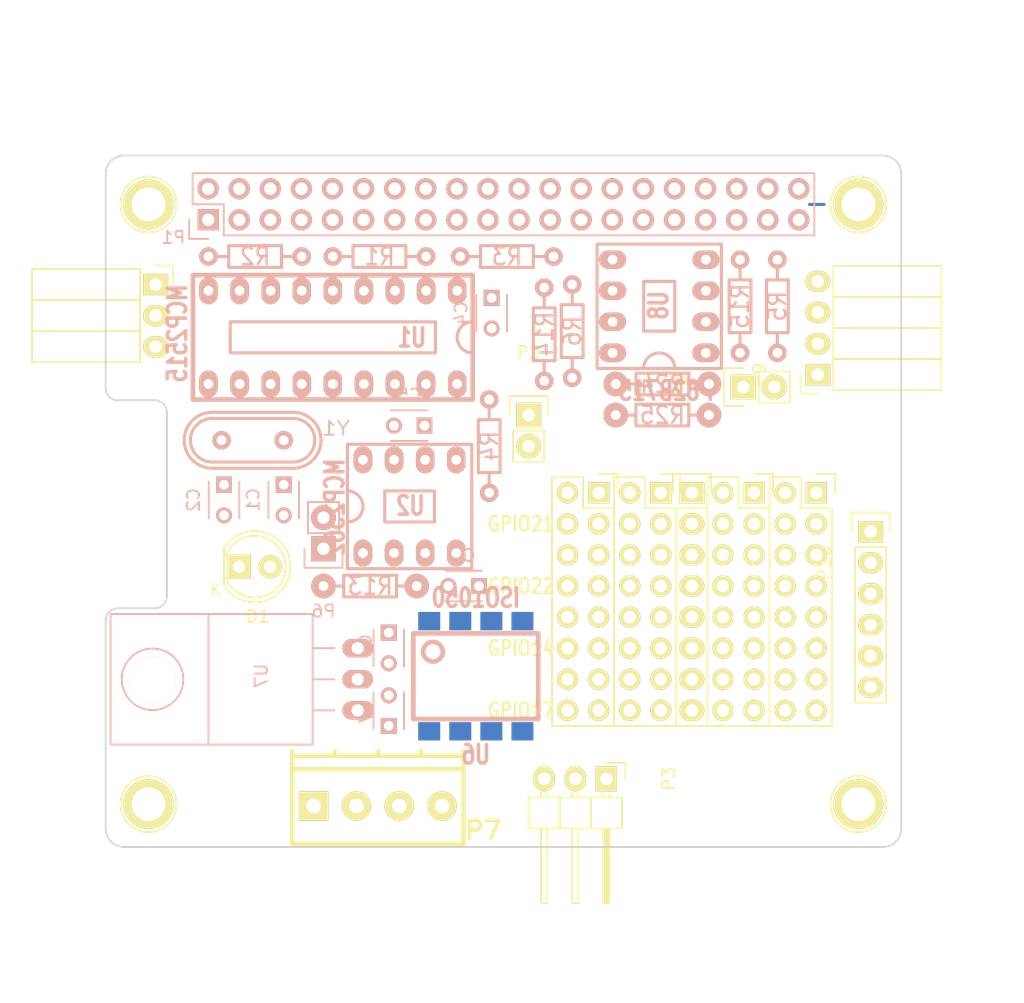
<source format=kicad_pcb>
(kicad_pcb (version 4) (host pcbnew 4.0.2+dfsg1-stable)

  (general
    (links 126)
    (no_connects 126)
    (area 127.924999 71.424999 193.075001 128.075001)
    (thickness 1.6)
    (drawings 27)
    (tracks 1)
    (zones 0)
    (modules 43)
    (nets 93)
  )

  (page A4)
  (layers
    (0 F.Cu signal)
    (31 B.Cu signal)
    (32 B.Adhes user)
    (33 F.Adhes user)
    (34 B.Paste user)
    (35 F.Paste user)
    (36 B.SilkS user)
    (37 F.SilkS user)
    (38 B.Mask user)
    (39 F.Mask user)
    (40 Dwgs.User user)
    (41 Cmts.User user)
    (42 Eco1.User user)
    (43 Eco2.User user)
    (44 Edge.Cuts user)
    (45 Margin user)
    (46 B.CrtYd user)
    (47 F.CrtYd user)
    (48 B.Fab user)
    (49 F.Fab user)
  )

  (setup
    (last_trace_width 0.25)
    (trace_clearance 0.2)
    (zone_clearance 0.508)
    (zone_45_only no)
    (trace_min 0.2)
    (segment_width 0.2)
    (edge_width 0.15)
    (via_size 0.6)
    (via_drill 0.4)
    (via_min_size 0.4)
    (via_min_drill 0.3)
    (uvia_size 0.3)
    (uvia_drill 0.1)
    (uvias_allowed no)
    (uvia_min_size 0.2)
    (uvia_min_drill 0.1)
    (pcb_text_width 0.3)
    (pcb_text_size 1.5 1.5)
    (mod_edge_width 0.15)
    (mod_text_size 1 1)
    (mod_text_width 0.15)
    (pad_size 1.5 1.5)
    (pad_drill 0.8001)
    (pad_to_mask_clearance 0.2)
    (aux_axis_origin 0 0)
    (visible_elements FFFFFF7F)
    (pcbplotparams
      (layerselection 0x00030_80000001)
      (usegerberextensions false)
      (excludeedgelayer true)
      (linewidth 0.100000)
      (plotframeref false)
      (viasonmask false)
      (mode 1)
      (useauxorigin false)
      (hpglpennumber 1)
      (hpglpenspeed 20)
      (hpglpendiameter 15)
      (hpglpenoverlay 2)
      (psnegative false)
      (psa4output false)
      (plotreference true)
      (plotvalue true)
      (plotinvisibletext false)
      (padsonsilk false)
      (subtractmaskfromsilk false)
      (outputformat 1)
      (mirror false)
      (drillshape 1)
      (scaleselection 1)
      (outputdirectory ""))
  )

  (net 0 "")
  (net 1 "Net-(C1-Pad1)")
  (net 2 GND)
  (net 3 "Net-(C2-Pad1)")
  (net 4 +3V3)
  (net 5 +5V)
  (net 6 "Net-(P1-Pad4)")
  (net 7 "Net-(P1-Pad12)")
  (net 8 "Net-(P1-Pad14)")
  (net 9 "Net-(P1-Pad16)")
  (net 10 "Net-(P1-Pad17)")
  (net 11 "Net-(P1-Pad18)")
  (net 12 "Net-(P1-Pad20)")
  (net 13 "Net-(P1-Pad25)")
  (net 14 "Net-(P1-Pad26)")
  (net 15 "Net-(P1-Pad27)")
  (net 16 "Net-(P1-Pad28)")
  (net 17 "Net-(P1-Pad29)")
  (net 18 "Net-(P1-Pad30)")
  (net 19 "Net-(P1-Pad31)")
  (net 20 "Net-(P1-Pad32)")
  (net 21 "Net-(P1-Pad33)")
  (net 22 "Net-(P1-Pad34)")
  (net 23 "Net-(P1-Pad35)")
  (net 24 "Net-(P1-Pad36)")
  (net 25 "Net-(P1-Pad37)")
  (net 26 "Net-(P1-Pad38)")
  (net 27 "Net-(P1-Pad39)")
  (net 28 "Net-(P1-Pad40)")
  (net 29 "Net-(P2-Pad1)")
  (net 30 "Net-(P2-Pad2)")
  (net 31 "Net-(P3-Pad1)")
  (net 32 "Net-(R3-Pad2)")
  (net 33 "Net-(U1-Pad1)")
  (net 34 "Net-(U1-Pad2)")
  (net 35 "Net-(U1-Pad3)")
  (net 36 "Net-(U1-Pad4)")
  (net 37 "Net-(U1-Pad5)")
  (net 38 "Net-(U1-Pad6)")
  (net 39 "Net-(U1-Pad10)")
  (net 40 "Net-(U1-Pad11)")
  (net 41 VCOM)
  (net 42 GNDA)
  (net 43 +5VA)
  (net 44 /SDA)
  (net 45 /SCL)
  (net 46 /GPIO4)
  (net 47 /TxD)
  (net 48 /RxD)
  (net 49 /GPIO17)
  (net 50 /GPIO21)
  (net 51 /GPIO22)
  (net 52 /MOSI)
  (net 53 /MISO)
  (net 54 /GPIO25)
  (net 55 /SCK)
  (net 56 /CS0)
  (net 57 "Net-(P5-Pad1)")
  (net 58 "Net-(P6-Pad1)")
  (net 59 "Net-(P6-Pad2)")
  (net 60 "Net-(P7-Pad2)")
  (net 61 "Net-(P8-Pad2)")
  (net 62 "Net-(P9-Pad2)")
  (net 63 "Net-(P9-Pad3)")
  (net 64 /IO3)
  (net 65 VCC)
  (net 66 /IO4)
  (net 67 /IO1)
  (net 68 /IO2)
  (net 69 "Net-(P10-Pad2)")
  (net 70 "Net-(P10-Pad6)")
  (net 71 "Net-(P10-Pad10)")
  (net 72 "Net-(P10-Pad14)")
  (net 73 "Net-(P12-Pad1)")
  (net 74 "Net-(P12-Pad2)")
  (net 75 "Net-(P12-Pad3)")
  (net 76 "Net-(P12-Pad4)")
  (net 77 "Net-(P12-Pad5)")
  (net 78 "Net-(P12-Pad6)")
  (net 79 "Net-(P12-Pad7)")
  (net 80 "Net-(P12-Pad8)")
  (net 81 "Net-(P13-Pad4)")
  (net 82 "Net-(P13-Pad8)")
  (net 83 "Net-(P13-Pad12)")
  (net 84 "Net-(P13-Pad16)")
  (net 85 "Net-(P14-Pad2)")
  (net 86 "Net-(P14-Pad4)")
  (net 87 "Net-(P14-Pad6)")
  (net 88 "Net-(P14-Pad8)")
  (net 89 "Net-(P14-Pad10)")
  (net 90 "Net-(P14-Pad12)")
  (net 91 "Net-(P14-Pad14)")
  (net 92 "Net-(P14-Pad16)")

  (net_class Default "This is the default net class."
    (clearance 0.2)
    (trace_width 0.25)
    (via_dia 0.6)
    (via_drill 0.4)
    (uvia_dia 0.3)
    (uvia_drill 0.1)
    (add_net +3V3)
    (add_net +5V)
    (add_net +5VA)
    (add_net /CS0)
    (add_net /GPIO17)
    (add_net /GPIO21)
    (add_net /GPIO22)
    (add_net /GPIO25)
    (add_net /GPIO4)
    (add_net /IO1)
    (add_net /IO2)
    (add_net /IO3)
    (add_net /IO4)
    (add_net /MISO)
    (add_net /MOSI)
    (add_net /RxD)
    (add_net /SCK)
    (add_net /SCL)
    (add_net /SDA)
    (add_net /TxD)
    (add_net GND)
    (add_net GNDA)
    (add_net "Net-(C1-Pad1)")
    (add_net "Net-(C2-Pad1)")
    (add_net "Net-(P1-Pad12)")
    (add_net "Net-(P1-Pad14)")
    (add_net "Net-(P1-Pad16)")
    (add_net "Net-(P1-Pad17)")
    (add_net "Net-(P1-Pad18)")
    (add_net "Net-(P1-Pad20)")
    (add_net "Net-(P1-Pad25)")
    (add_net "Net-(P1-Pad26)")
    (add_net "Net-(P1-Pad27)")
    (add_net "Net-(P1-Pad28)")
    (add_net "Net-(P1-Pad29)")
    (add_net "Net-(P1-Pad30)")
    (add_net "Net-(P1-Pad31)")
    (add_net "Net-(P1-Pad32)")
    (add_net "Net-(P1-Pad33)")
    (add_net "Net-(P1-Pad34)")
    (add_net "Net-(P1-Pad35)")
    (add_net "Net-(P1-Pad36)")
    (add_net "Net-(P1-Pad37)")
    (add_net "Net-(P1-Pad38)")
    (add_net "Net-(P1-Pad39)")
    (add_net "Net-(P1-Pad4)")
    (add_net "Net-(P1-Pad40)")
    (add_net "Net-(P10-Pad10)")
    (add_net "Net-(P10-Pad14)")
    (add_net "Net-(P10-Pad2)")
    (add_net "Net-(P10-Pad6)")
    (add_net "Net-(P12-Pad1)")
    (add_net "Net-(P12-Pad2)")
    (add_net "Net-(P12-Pad3)")
    (add_net "Net-(P12-Pad4)")
    (add_net "Net-(P12-Pad5)")
    (add_net "Net-(P12-Pad6)")
    (add_net "Net-(P12-Pad7)")
    (add_net "Net-(P12-Pad8)")
    (add_net "Net-(P13-Pad12)")
    (add_net "Net-(P13-Pad16)")
    (add_net "Net-(P13-Pad4)")
    (add_net "Net-(P13-Pad8)")
    (add_net "Net-(P14-Pad10)")
    (add_net "Net-(P14-Pad12)")
    (add_net "Net-(P14-Pad14)")
    (add_net "Net-(P14-Pad16)")
    (add_net "Net-(P14-Pad2)")
    (add_net "Net-(P14-Pad4)")
    (add_net "Net-(P14-Pad6)")
    (add_net "Net-(P14-Pad8)")
    (add_net "Net-(P2-Pad1)")
    (add_net "Net-(P2-Pad2)")
    (add_net "Net-(P3-Pad1)")
    (add_net "Net-(P5-Pad1)")
    (add_net "Net-(P6-Pad1)")
    (add_net "Net-(P6-Pad2)")
    (add_net "Net-(P7-Pad2)")
    (add_net "Net-(P8-Pad2)")
    (add_net "Net-(P9-Pad2)")
    (add_net "Net-(P9-Pad3)")
    (add_net "Net-(R3-Pad2)")
    (add_net "Net-(U1-Pad1)")
    (add_net "Net-(U1-Pad10)")
    (add_net "Net-(U1-Pad11)")
    (add_net "Net-(U1-Pad2)")
    (add_net "Net-(U1-Pad3)")
    (add_net "Net-(U1-Pad4)")
    (add_net "Net-(U1-Pad5)")
    (add_net "Net-(U1-Pad6)")
    (add_net VCC)
    (add_net VCOM)
  )

  (module w_to:1pin (layer F.Cu) (tedit 58750A3D) (tstamp 588B92C3)
    (at 131.5 124.5)
    (descr "module 1 pin (ou trou mecanique de percage)")
    (tags DEV)
    (fp_text reference REF** (at 0 -3.048) (layer F.SilkS) hide
      (effects (font (size 1 1) (thickness 0.15)))
    )
    (fp_text value 1Pin (at 0 2.794) (layer F.Fab) hide
      (effects (font (size 1 1) (thickness 0.15)))
    )
    (fp_circle (center 0 0) (end 0 -2.286) (layer F.SilkS) (width 0.15))
    (pad 1 thru_hole circle (at 0 0) (size 4.064 4.064) (drill 2.75) (layers *.Cu *.Mask F.SilkS))
  )

  (module w_to:1pin (layer F.Cu) (tedit 58750A3D) (tstamp 588B92BD)
    (at 131.5 75.5)
    (descr "module 1 pin (ou trou mecanique de percage)")
    (tags DEV)
    (fp_text reference REF** (at 0 -3.048) (layer F.SilkS) hide
      (effects (font (size 1 1) (thickness 0.15)))
    )
    (fp_text value 1Pin (at 0 2.794) (layer F.Fab) hide
      (effects (font (size 1 1) (thickness 0.15)))
    )
    (fp_circle (center 0 0) (end 0 -2.286) (layer F.SilkS) (width 0.15))
    (pad 1 thru_hole circle (at 0 0) (size 4.064 4.064) (drill 2.75) (layers *.Cu *.Mask F.SilkS))
  )

  (module w_to:1pin (layer F.Cu) (tedit 58750A3D) (tstamp 588B92B6)
    (at 189.5 75.5)
    (descr "module 1 pin (ou trou mecanique de percage)")
    (tags DEV)
    (fp_text reference REF** (at 0 -3.048) (layer F.SilkS) hide
      (effects (font (size 1 1) (thickness 0.15)))
    )
    (fp_text value 1Pin (at 0 2.794) (layer F.Fab) hide
      (effects (font (size 1 1) (thickness 0.15)))
    )
    (fp_circle (center 0 0) (end 0 -2.286) (layer F.SilkS) (width 0.15))
    (pad 1 thru_hole circle (at 0 0) (size 4.064 4.064) (drill 2.75) (layers *.Cu *.Mask F.SilkS))
  )

  (module Socket_Strips:Socket_Strip_Straight_2x20 (layer B.Cu) (tedit 58988862) (tstamp 58752967)
    (at 136.3726 76.7588)
    (descr "Through hole socket strip")
    (tags "socket strip")
    (path /5873C8F2)
    (fp_text reference P1 (at -2.8448 1.4351) (layer B.SilkS)
      (effects (font (size 1 1) (thickness 0.15)) (justify mirror))
    )
    (fp_text value CONN_02X20 (at 0 3.1) (layer B.Fab) hide
      (effects (font (size 1 1) (thickness 0.15)) (justify mirror))
    )
    (fp_line (start -1.75 1.75) (end -1.75 -4.3) (layer B.CrtYd) (width 0.05))
    (fp_line (start 50.05 1.75) (end 50.05 -4.3) (layer B.CrtYd) (width 0.05))
    (fp_line (start -1.75 1.75) (end 50.05 1.75) (layer B.CrtYd) (width 0.05))
    (fp_line (start -1.75 -4.3) (end 50.05 -4.3) (layer B.CrtYd) (width 0.05))
    (fp_line (start 49.53 -3.81) (end -1.27 -3.81) (layer B.SilkS) (width 0.15))
    (fp_line (start 1.27 1.27) (end 49.53 1.27) (layer B.SilkS) (width 0.15))
    (fp_line (start 49.53 -3.81) (end 49.53 1.27) (layer B.SilkS) (width 0.15))
    (fp_line (start -1.27 -3.81) (end -1.27 -1.27) (layer B.SilkS) (width 0.15))
    (fp_line (start 0 1.55) (end -1.55 1.55) (layer B.SilkS) (width 0.15))
    (fp_line (start -1.27 -1.27) (end 1.27 -1.27) (layer B.SilkS) (width 0.15))
    (fp_line (start 1.27 -1.27) (end 1.27 1.27) (layer B.SilkS) (width 0.15))
    (fp_line (start -1.55 1.55) (end -1.55 0) (layer B.SilkS) (width 0.15))
    (pad 1 thru_hole rect (at 0 0) (size 1.7272 1.7272) (drill 1.016) (layers *.Cu *.Mask B.SilkS)
      (net 4 +3V3))
    (pad 2 thru_hole oval (at 0 -2.54) (size 1.7272 1.7272) (drill 1.016) (layers *.Cu *.Mask B.SilkS)
      (net 5 +5V))
    (pad 3 thru_hole oval (at 2.54 0) (size 1.7272 1.7272) (drill 1.016) (layers *.Cu *.Mask B.SilkS)
      (net 44 /SDA))
    (pad 4 thru_hole oval (at 2.54 -2.54) (size 1.7272 1.7272) (drill 1.016) (layers *.Cu *.Mask B.SilkS)
      (net 6 "Net-(P1-Pad4)"))
    (pad 5 thru_hole oval (at 5.08 0) (size 1.7272 1.7272) (drill 1.016) (layers *.Cu *.Mask B.SilkS)
      (net 45 /SCL))
    (pad 6 thru_hole oval (at 5.08 -2.54) (size 1.7272 1.7272) (drill 1.016) (layers *.Cu *.Mask B.SilkS)
      (net 2 GND))
    (pad 7 thru_hole oval (at 7.62 0) (size 1.7272 1.7272) (drill 1.016) (layers *.Cu *.Mask B.SilkS)
      (net 46 /GPIO4))
    (pad 8 thru_hole oval (at 7.62 -2.54) (size 1.7272 1.7272) (drill 1.016) (layers *.Cu *.Mask B.SilkS)
      (net 47 /TxD))
    (pad 9 thru_hole oval (at 10.16 0) (size 1.7272 1.7272) (drill 1.016) (layers *.Cu *.Mask B.SilkS)
      (net 2 GND))
    (pad 10 thru_hole oval (at 10.16 -2.54) (size 1.7272 1.7272) (drill 1.016) (layers *.Cu *.Mask B.SilkS)
      (net 48 /RxD))
    (pad 11 thru_hole oval (at 12.7 0) (size 1.7272 1.7272) (drill 1.016) (layers *.Cu *.Mask B.SilkS)
      (net 49 /GPIO17))
    (pad 12 thru_hole oval (at 12.7 -2.54) (size 1.7272 1.7272) (drill 1.016) (layers *.Cu *.Mask B.SilkS)
      (net 7 "Net-(P1-Pad12)"))
    (pad 13 thru_hole oval (at 15.24 0) (size 1.7272 1.7272) (drill 1.016) (layers *.Cu *.Mask B.SilkS)
      (net 50 /GPIO21))
    (pad 14 thru_hole oval (at 15.24 -2.54) (size 1.7272 1.7272) (drill 1.016) (layers *.Cu *.Mask B.SilkS)
      (net 8 "Net-(P1-Pad14)"))
    (pad 15 thru_hole oval (at 17.78 0) (size 1.7272 1.7272) (drill 1.016) (layers *.Cu *.Mask B.SilkS)
      (net 51 /GPIO22))
    (pad 16 thru_hole oval (at 17.78 -2.54) (size 1.7272 1.7272) (drill 1.016) (layers *.Cu *.Mask B.SilkS)
      (net 9 "Net-(P1-Pad16)"))
    (pad 17 thru_hole oval (at 20.32 0) (size 1.7272 1.7272) (drill 1.016) (layers *.Cu *.Mask B.SilkS)
      (net 10 "Net-(P1-Pad17)"))
    (pad 18 thru_hole oval (at 20.32 -2.54) (size 1.7272 1.7272) (drill 1.016) (layers *.Cu *.Mask B.SilkS)
      (net 11 "Net-(P1-Pad18)"))
    (pad 19 thru_hole oval (at 22.86 0) (size 1.7272 1.7272) (drill 1.016) (layers *.Cu *.Mask B.SilkS)
      (net 52 /MOSI))
    (pad 20 thru_hole oval (at 22.86 -2.54) (size 1.7272 1.7272) (drill 1.016) (layers *.Cu *.Mask B.SilkS)
      (net 12 "Net-(P1-Pad20)"))
    (pad 21 thru_hole oval (at 25.4 0) (size 1.7272 1.7272) (drill 1.016) (layers *.Cu *.Mask B.SilkS)
      (net 53 /MISO))
    (pad 22 thru_hole oval (at 25.4 -2.54) (size 1.7272 1.7272) (drill 1.016) (layers *.Cu *.Mask B.SilkS)
      (net 54 /GPIO25))
    (pad 23 thru_hole oval (at 27.94 0) (size 1.7272 1.7272) (drill 1.016) (layers *.Cu *.Mask B.SilkS)
      (net 55 /SCK))
    (pad 24 thru_hole oval (at 27.94 -2.54) (size 1.7272 1.7272) (drill 1.016) (layers *.Cu *.Mask B.SilkS)
      (net 56 /CS0))
    (pad 25 thru_hole oval (at 30.48 0) (size 1.7272 1.7272) (drill 1.016) (layers *.Cu *.Mask B.SilkS)
      (net 13 "Net-(P1-Pad25)"))
    (pad 26 thru_hole oval (at 30.48 -2.54) (size 1.7272 1.7272) (drill 1.016) (layers *.Cu *.Mask B.SilkS)
      (net 14 "Net-(P1-Pad26)"))
    (pad 27 thru_hole oval (at 33.02 0) (size 1.7272 1.7272) (drill 1.016) (layers *.Cu *.Mask B.SilkS)
      (net 15 "Net-(P1-Pad27)"))
    (pad 28 thru_hole oval (at 33.02 -2.54) (size 1.7272 1.7272) (drill 1.016) (layers *.Cu *.Mask B.SilkS)
      (net 16 "Net-(P1-Pad28)"))
    (pad 29 thru_hole oval (at 35.56 0) (size 1.7272 1.7272) (drill 1.016) (layers *.Cu *.Mask B.SilkS)
      (net 17 "Net-(P1-Pad29)"))
    (pad 30 thru_hole oval (at 35.56 -2.54) (size 1.7272 1.7272) (drill 1.016) (layers *.Cu *.Mask B.SilkS)
      (net 18 "Net-(P1-Pad30)"))
    (pad 31 thru_hole oval (at 38.1 0) (size 1.7272 1.7272) (drill 1.016) (layers *.Cu *.Mask B.SilkS)
      (net 19 "Net-(P1-Pad31)"))
    (pad 32 thru_hole oval (at 38.1 -2.54) (size 1.7272 1.7272) (drill 1.016) (layers *.Cu *.Mask B.SilkS)
      (net 20 "Net-(P1-Pad32)"))
    (pad 33 thru_hole oval (at 40.64 0) (size 1.7272 1.7272) (drill 1.016) (layers *.Cu *.Mask B.SilkS)
      (net 21 "Net-(P1-Pad33)"))
    (pad 34 thru_hole oval (at 40.64 -2.54) (size 1.7272 1.7272) (drill 1.016) (layers *.Cu *.Mask B.SilkS)
      (net 22 "Net-(P1-Pad34)"))
    (pad 35 thru_hole oval (at 43.18 0) (size 1.7272 1.7272) (drill 1.016) (layers *.Cu *.Mask B.SilkS)
      (net 23 "Net-(P1-Pad35)"))
    (pad 36 thru_hole oval (at 43.18 -2.54) (size 1.7272 1.7272) (drill 1.016) (layers *.Cu *.Mask B.SilkS)
      (net 24 "Net-(P1-Pad36)"))
    (pad 37 thru_hole oval (at 45.72 0) (size 1.7272 1.7272) (drill 1.016) (layers *.Cu *.Mask B.SilkS)
      (net 25 "Net-(P1-Pad37)"))
    (pad 38 thru_hole oval (at 45.72 -2.54) (size 1.7272 1.7272) (drill 1.016) (layers *.Cu *.Mask B.SilkS)
      (net 26 "Net-(P1-Pad38)"))
    (pad 39 thru_hole oval (at 48.26 0) (size 1.7272 1.7272) (drill 1.016) (layers *.Cu *.Mask B.SilkS)
      (net 27 "Net-(P1-Pad39)"))
    (pad 40 thru_hole oval (at 48.26 -2.54) (size 1.7272 1.7272) (drill 1.016) (layers *.Cu *.Mask B.SilkS)
      (net 28 "Net-(P1-Pad40)"))
    (model Socket_Strips.3dshapes/Socket_Strip_Straight_2x20.wrl
      (at (xyz 0.95 -0.05 0))
      (scale (xyz 1 1 1))
      (rotate (xyz 0 0 180))
    )
  )

  (module w_pth_circuits:dil_8-300_socket (layer B.Cu) (tedit 58751B1B) (tstamp 587529F9)
    (at 152.8318 100.1776)
    (descr "IC, DIL8 x 0,3\", with socket")
    (tags DIL)
    (path /5873A752)
    (fp_text reference U2 (at 0.0635 -0.0635) (layer B.SilkS)
      (effects (font (size 1.524 1.143) (thickness 0.28702)) (justify mirror))
    )
    (fp_text value MCP2562 (at -6.1214 0.1016 90) (layer B.SilkS)
      (effects (font (size 1.524 1.143) (thickness 0.28702)) (justify mirror))
    )
    (fp_line (start 2.032 -1.27) (end -2.032 -1.27) (layer B.SilkS) (width 0.254))
    (fp_line (start -2.032 1.27) (end 2.032 1.27) (layer B.SilkS) (width 0.254))
    (fp_line (start 5.08 -5.08) (end -5.08 -5.08) (layer B.SilkS) (width 0.254))
    (fp_line (start 5.08 5.08) (end -5.08 5.08) (layer B.SilkS) (width 0.254))
    (fp_arc (start -5.08 0) (end -5.08 1.27) (angle -90) (layer B.SilkS) (width 0.254))
    (fp_arc (start -5.08 0) (end -3.81 0) (angle -90) (layer B.SilkS) (width 0.254))
    (fp_line (start -2.032 1.27) (end -2.032 -1.27) (layer B.SilkS) (width 0.254))
    (fp_line (start 2.032 -1.27) (end 2.032 1.27) (layer B.SilkS) (width 0.254))
    (fp_line (start 5.08 5.08) (end 5.08 -5.08) (layer B.SilkS) (width 0.254))
    (fp_line (start -5.08 -5.08) (end -5.08 5.08) (layer B.SilkS) (width 0.254))
    (pad 1 thru_hole oval (at -3.81 -3.81) (size 1.50114 2.19964) (drill 0.8001) (layers *.Cu *.Mask B.SilkS)
      (net 33 "Net-(U1-Pad1)"))
    (pad 2 thru_hole oval (at -1.27 -3.81) (size 1.50114 2.19964) (drill 0.8001) (layers *.Cu *.Mask B.SilkS)
      (net 2 GND))
    (pad 3 thru_hole oval (at 1.27 -3.81) (size 1.50114 2.19964) (drill 0.8001) (layers *.Cu *.Mask B.SilkS)
      (net 5 +5V))
    (pad 4 thru_hole oval (at 3.81 -3.81) (size 1.50114 2.19964) (drill 0.8001) (layers *.Cu *.Mask B.SilkS)
      (net 34 "Net-(U1-Pad2)"))
    (pad 5 thru_hole oval (at 3.81 3.81) (size 1.50114 2.19964) (drill 0.8001) (layers *.Cu *.Mask B.SilkS)
      (net 4 +3V3))
    (pad 6 thru_hole oval (at 1.27 3.81) (size 1.50114 2.19964) (drill 0.8001) (layers *.Cu *.Mask B.SilkS)
      (net 30 "Net-(P2-Pad2)"))
    (pad 7 thru_hole oval (at -1.27 3.81) (size 1.50114 2.19964) (drill 0.8001) (layers *.Cu *.Mask B.SilkS)
      (net 31 "Net-(P3-Pad1)"))
    (pad 8 thru_hole oval (at -3.81 3.81) (size 1.50114 2.19964) (drill 0.8001) (layers *.Cu *.Mask B.SilkS)
      (net 2 GND))
    (model walter/pth_circuits/dil_8-300_socket.wrl
      (at (xyz 0 0 0))
      (scale (xyz 1 1 1))
      (rotate (xyz 0 0 0))
    )
  )

  (module Capacitors_ThroughHole:C_Disc_D3_P2.5 (layer B.Cu) (tedit 0) (tstamp 58752923)
    (at 158.496 106.68 180)
    (descr "Capacitor 3mm Disc, Pitch 2.5mm")
    (tags Capacitor)
    (path /5873AA7C)
    (fp_text reference C3 (at 1.25 2.5 180) (layer B.SilkS)
      (effects (font (size 1 1) (thickness 0.15)) (justify mirror))
    )
    (fp_text value C (at 1.25 -2.5 180) (layer B.Fab)
      (effects (font (size 1 1) (thickness 0.15)) (justify mirror))
    )
    (fp_line (start -0.9 1.5) (end 3.4 1.5) (layer B.CrtYd) (width 0.05))
    (fp_line (start 3.4 1.5) (end 3.4 -1.5) (layer B.CrtYd) (width 0.05))
    (fp_line (start 3.4 -1.5) (end -0.9 -1.5) (layer B.CrtYd) (width 0.05))
    (fp_line (start -0.9 -1.5) (end -0.9 1.5) (layer B.CrtYd) (width 0.05))
    (fp_line (start -0.25 1.25) (end 2.75 1.25) (layer B.SilkS) (width 0.15))
    (fp_line (start 2.75 -1.25) (end -0.25 -1.25) (layer B.SilkS) (width 0.15))
    (pad 1 thru_hole rect (at 0 0 180) (size 1.3 1.3) (drill 0.8) (layers *.Cu *.Mask B.SilkS)
      (net 4 +3V3))
    (pad 2 thru_hole circle (at 2.5 0 180) (size 1.3 1.3) (drill 0.8001) (layers *.Cu *.Mask B.SilkS)
      (net 2 GND))
    (model Capacitors_ThroughHole.3dshapes/C_Disc_D3_P2.5.wrl
      (at (xyz 0.0492126 0 0))
      (scale (xyz 1 1 1))
      (rotate (xyz 0 0 0))
    )
  )

  (module w_pth_resistors:RC03 (layer B.Cu) (tedit 0) (tstamp 587529AB)
    (at 150.368 79.756)
    (descr "Resistor, RC03")
    (tags R)
    (path /5873C105)
    (autoplace_cost180 10)
    (fp_text reference R1 (at 0 0) (layer B.SilkS)
      (effects (font (size 1.397 1.27) (thickness 0.2032)) (justify mirror))
    )
    (fp_text value 4k7 (at 0 -2.032) (layer B.SilkS) hide
      (effects (font (size 1.397 1.27) (thickness 0.2032)) (justify mirror))
    )
    (fp_line (start 2.159 0) (end 3.81 0) (layer B.SilkS) (width 0.254))
    (fp_line (start -2.159 0) (end -3.81 0) (layer B.SilkS) (width 0.254))
    (fp_line (start -2.159 0.889) (end -2.159 -0.889) (layer B.SilkS) (width 0.254))
    (fp_line (start -2.159 -0.889) (end 2.159 -0.889) (layer B.SilkS) (width 0.254))
    (fp_line (start 2.159 -0.889) (end 2.159 0.889) (layer B.SilkS) (width 0.254))
    (fp_line (start 2.159 0.889) (end -2.159 0.889) (layer B.SilkS) (width 0.254))
    (pad 1 thru_hole circle (at -3.81 0) (size 1.5 1.5) (drill 0.8001) (layers *.Cu *.Mask B.SilkS)
      (net 4 +3V3))
    (pad 2 thru_hole circle (at 3.81 0) (size 1.5 1.5) (drill 0.8001) (layers *.Cu *.Mask B.SilkS)
      (net 56 /CS0))
    (model walter/pth_resistors/rc03.wrl
      (at (xyz 0 0 0))
      (scale (xyz 1 1 1))
      (rotate (xyz 0 0 0))
    )
  )

  (module Capacitors_ThroughHole:C_Disc_D3_P2.5 (layer B.Cu) (tedit 587DFF49) (tstamp 5887A40B)
    (at 142.5448 98.3996 270)
    (descr "Capacitor 3mm Disc, Pitch 2.5mm")
    (tags Capacitor)
    (path /5873B9FF)
    (fp_text reference C1 (at 1.25 2.5 270) (layer B.SilkS)
      (effects (font (size 1 1) (thickness 0.15)) (justify mirror))
    )
    (fp_text value 22pF (at 1.25 -2.5 270) (layer B.Fab) hide
      (effects (font (size 1 1) (thickness 0.15)) (justify mirror))
    )
    (fp_line (start -0.9 1.5) (end 3.4 1.5) (layer B.CrtYd) (width 0.05))
    (fp_line (start 3.4 1.5) (end 3.4 -1.5) (layer B.CrtYd) (width 0.05))
    (fp_line (start 3.4 -1.5) (end -0.9 -1.5) (layer B.CrtYd) (width 0.05))
    (fp_line (start -0.9 -1.5) (end -0.9 1.5) (layer B.CrtYd) (width 0.05))
    (fp_line (start -0.25 1.25) (end 2.75 1.25) (layer B.SilkS) (width 0.15))
    (fp_line (start 2.75 -1.25) (end -0.25 -1.25) (layer B.SilkS) (width 0.15))
    (pad 1 thru_hole rect (at 0 0 270) (size 1.3 1.3) (drill 0.8) (layers *.Cu *.Mask B.SilkS)
      (net 1 "Net-(C1-Pad1)"))
    (pad 2 thru_hole circle (at 2.5 0 270) (size 1.3 1.3) (drill 0.8001) (layers *.Cu *.Mask B.SilkS)
      (net 2 GND))
    (model Capacitors_ThroughHole.3dshapes/C_Disc_D3_P2.5.wrl
      (at (xyz 0.049213 0 0))
      (scale (xyz 1 1 1))
      (rotate (xyz 0 0 0))
    )
  )

  (module Capacitors_ThroughHole:C_Disc_D3_P2.5 (layer B.Cu) (tedit 587DFF50) (tstamp 5887A417)
    (at 137.668 98.3996 270)
    (descr "Capacitor 3mm Disc, Pitch 2.5mm")
    (tags Capacitor)
    (path /5873B96A)
    (fp_text reference C2 (at 1.25 2.5 270) (layer B.SilkS)
      (effects (font (size 1 1) (thickness 0.15)) (justify mirror))
    )
    (fp_text value 22pF (at 1.25 -2.5 270) (layer B.Fab) hide
      (effects (font (size 1 1) (thickness 0.15)) (justify mirror))
    )
    (fp_line (start -0.9 1.5) (end 3.4 1.5) (layer B.CrtYd) (width 0.05))
    (fp_line (start 3.4 1.5) (end 3.4 -1.5) (layer B.CrtYd) (width 0.05))
    (fp_line (start 3.4 -1.5) (end -0.9 -1.5) (layer B.CrtYd) (width 0.05))
    (fp_line (start -0.9 -1.5) (end -0.9 1.5) (layer B.CrtYd) (width 0.05))
    (fp_line (start -0.25 1.25) (end 2.75 1.25) (layer B.SilkS) (width 0.15))
    (fp_line (start 2.75 -1.25) (end -0.25 -1.25) (layer B.SilkS) (width 0.15))
    (pad 1 thru_hole rect (at 0 0 270) (size 1.3 1.3) (drill 0.8) (layers *.Cu *.Mask B.SilkS)
      (net 3 "Net-(C2-Pad1)"))
    (pad 2 thru_hole circle (at 2.5 0 270) (size 1.3 1.3) (drill 0.8001) (layers *.Cu *.Mask B.SilkS)
      (net 2 GND))
    (model Capacitors_ThroughHole.3dshapes/C_Disc_D3_P2.5.wrl
      (at (xyz 0.049213 0 0))
      (scale (xyz 1 1 1))
      (rotate (xyz 0 0 0))
    )
  )

  (module Capacitors_ThroughHole:C_Disc_D3_P2.5 (layer B.Cu) (tedit 587E0173) (tstamp 5887A423)
    (at 159.5374 83.1342 270)
    (descr "Capacitor 3mm Disc, Pitch 2.5mm")
    (tags Capacitor)
    (path /5873A9A3)
    (fp_text reference C4 (at 1.25 2.5 270) (layer B.SilkS)
      (effects (font (size 1 1) (thickness 0.15)) (justify mirror))
    )
    (fp_text value C (at 1.25 -2.5 270) (layer B.Fab) hide
      (effects (font (size 1 1) (thickness 0.15)) (justify mirror))
    )
    (fp_line (start -0.9 1.5) (end 3.4 1.5) (layer B.CrtYd) (width 0.05))
    (fp_line (start 3.4 1.5) (end 3.4 -1.5) (layer B.CrtYd) (width 0.05))
    (fp_line (start 3.4 -1.5) (end -0.9 -1.5) (layer B.CrtYd) (width 0.05))
    (fp_line (start -0.9 -1.5) (end -0.9 1.5) (layer B.CrtYd) (width 0.05))
    (fp_line (start -0.25 1.25) (end 2.75 1.25) (layer B.SilkS) (width 0.15))
    (fp_line (start 2.75 -1.25) (end -0.25 -1.25) (layer B.SilkS) (width 0.15))
    (pad 1 thru_hole rect (at 0 0 270) (size 1.3 1.3) (drill 0.8) (layers *.Cu *.Mask B.SilkS)
      (net 4 +3V3))
    (pad 2 thru_hole circle (at 2.5 0 270) (size 1.3 1.3) (drill 0.8001) (layers *.Cu *.Mask B.SilkS)
      (net 2 GND))
    (model Capacitors_ThroughHole.3dshapes/C_Disc_D3_P2.5.wrl
      (at (xyz 0.049213 0 0))
      (scale (xyz 1 1 1))
      (rotate (xyz 0 0 0))
    )
  )

  (module w_pth_resistors:RC03 (layer B.Cu) (tedit 0) (tstamp 5887A42F)
    (at 160.782 79.756 180)
    (descr "Resistor, RC03")
    (tags R)
    (path /5873B79D)
    (autoplace_cost180 10)
    (fp_text reference R3 (at 0 0 180) (layer B.SilkS)
      (effects (font (size 1.397 1.27) (thickness 0.2032)) (justify mirror))
    )
    (fp_text value 4k7 (at 0 -2.032 180) (layer B.SilkS) hide
      (effects (font (size 1.397 1.27) (thickness 0.2032)) (justify mirror))
    )
    (fp_line (start 2.159 0) (end 3.81 0) (layer B.SilkS) (width 0.254))
    (fp_line (start -2.159 0) (end -3.81 0) (layer B.SilkS) (width 0.254))
    (fp_line (start -2.159 0.889) (end -2.159 -0.889) (layer B.SilkS) (width 0.254))
    (fp_line (start -2.159 -0.889) (end 2.159 -0.889) (layer B.SilkS) (width 0.254))
    (fp_line (start 2.159 -0.889) (end 2.159 0.889) (layer B.SilkS) (width 0.254))
    (fp_line (start 2.159 0.889) (end -2.159 0.889) (layer B.SilkS) (width 0.254))
    (pad 1 thru_hole circle (at -3.81 0 180) (size 1.5 1.5) (drill 0.8001) (layers *.Cu *.Mask B.SilkS)
      (net 4 +3V3))
    (pad 2 thru_hole circle (at 3.81 0 180) (size 1.5 1.5) (drill 0.8001) (layers *.Cu *.Mask B.SilkS)
      (net 32 "Net-(R3-Pad2)"))
    (model walter/pth_resistors/rc03.wrl
      (at (xyz 0 0 0))
      (scale (xyz 1 1 1))
      (rotate (xyz 0 0 0))
    )
  )

  (module w_pth_resistors:RC03 (layer B.Cu) (tedit 0) (tstamp 5887A615)
    (at 159.3342 95.25 90)
    (descr "Resistor, RC03")
    (tags R)
    (path /5873ADA3)
    (autoplace_cost180 10)
    (fp_text reference R4 (at 0 0 90) (layer B.SilkS)
      (effects (font (size 1.397 1.27) (thickness 0.2032)) (justify mirror))
    )
    (fp_text value 120 (at 0 -2.032 90) (layer B.SilkS) hide
      (effects (font (size 1.397 1.27) (thickness 0.2032)) (justify mirror))
    )
    (fp_line (start 2.159 0) (end 3.81 0) (layer B.SilkS) (width 0.254))
    (fp_line (start -2.159 0) (end -3.81 0) (layer B.SilkS) (width 0.254))
    (fp_line (start -2.159 0.889) (end -2.159 -0.889) (layer B.SilkS) (width 0.254))
    (fp_line (start -2.159 -0.889) (end 2.159 -0.889) (layer B.SilkS) (width 0.254))
    (fp_line (start 2.159 -0.889) (end 2.159 0.889) (layer B.SilkS) (width 0.254))
    (fp_line (start 2.159 0.889) (end -2.159 0.889) (layer B.SilkS) (width 0.254))
    (pad 1 thru_hole circle (at -3.81 0 90) (size 1.5 1.5) (drill 0.8001) (layers *.Cu *.Mask B.SilkS)
      (net 29 "Net-(P2-Pad1)"))
    (pad 2 thru_hole circle (at 3.81 0 90) (size 1.5 1.5) (drill 0.8001) (layers *.Cu *.Mask B.SilkS)
      (net 31 "Net-(P3-Pad1)"))
    (model walter/pth_resistors/rc03.wrl
      (at (xyz 0 0 0))
      (scale (xyz 1 1 1))
      (rotate (xyz 0 0 0))
    )
  )

  (module Capacitors_ThroughHole:C_Disc_D3_P2.5 (layer B.Cu) (tedit 0) (tstamp 5887A6CC)
    (at 154.051 93.5736 180)
    (descr "Capacitor 3mm Disc, Pitch 2.5mm")
    (tags Capacitor)
    (path /5873AA10)
    (fp_text reference C5 (at 1.25 2.5 180) (layer B.SilkS)
      (effects (font (size 1 1) (thickness 0.15)) (justify mirror))
    )
    (fp_text value C (at 1.25 -2.5 180) (layer B.Fab)
      (effects (font (size 1 1) (thickness 0.15)) (justify mirror))
    )
    (fp_line (start -0.9 1.5) (end 3.4 1.5) (layer B.CrtYd) (width 0.05))
    (fp_line (start 3.4 1.5) (end 3.4 -1.5) (layer B.CrtYd) (width 0.05))
    (fp_line (start 3.4 -1.5) (end -0.9 -1.5) (layer B.CrtYd) (width 0.05))
    (fp_line (start -0.9 -1.5) (end -0.9 1.5) (layer B.CrtYd) (width 0.05))
    (fp_line (start -0.25 1.25) (end 2.75 1.25) (layer B.SilkS) (width 0.15))
    (fp_line (start 2.75 -1.25) (end -0.25 -1.25) (layer B.SilkS) (width 0.15))
    (pad 1 thru_hole rect (at 0 0 180) (size 1.3 1.3) (drill 0.8) (layers *.Cu *.Mask B.SilkS)
      (net 5 +5V))
    (pad 2 thru_hole circle (at 2.5 0 180) (size 1.3 1.3) (drill 0.8001) (layers *.Cu *.Mask B.SilkS)
      (net 2 GND))
    (model Capacitors_ThroughHole.3dshapes/C_Disc_D3_P2.5.wrl
      (at (xyz 0.0492126 0 0))
      (scale (xyz 1 1 1))
      (rotate (xyz 0 0 0))
    )
  )

  (module w_pth_resistors:RC03 (layer B.Cu) (tedit 0) (tstamp 5887A774)
    (at 140.208 79.756)
    (descr "Resistor, RC03")
    (tags R)
    (path /5873BDDA)
    (autoplace_cost180 10)
    (fp_text reference R2 (at 0 0) (layer B.SilkS)
      (effects (font (size 1.397 1.27) (thickness 0.2032)) (justify mirror))
    )
    (fp_text value 4k7 (at 0 -2.032) (layer B.SilkS) hide
      (effects (font (size 1.397 1.27) (thickness 0.2032)) (justify mirror))
    )
    (fp_line (start 2.159 0) (end 3.81 0) (layer B.SilkS) (width 0.254))
    (fp_line (start -2.159 0) (end -3.81 0) (layer B.SilkS) (width 0.254))
    (fp_line (start -2.159 0.889) (end -2.159 -0.889) (layer B.SilkS) (width 0.254))
    (fp_line (start -2.159 -0.889) (end 2.159 -0.889) (layer B.SilkS) (width 0.254))
    (fp_line (start 2.159 -0.889) (end 2.159 0.889) (layer B.SilkS) (width 0.254))
    (fp_line (start 2.159 0.889) (end -2.159 0.889) (layer B.SilkS) (width 0.254))
    (pad 1 thru_hole circle (at -3.81 0) (size 1.5 1.5) (drill 0.8001) (layers *.Cu *.Mask B.SilkS)
      (net 4 +3V3))
    (pad 2 thru_hole circle (at 3.81 0) (size 1.5 1.5) (drill 0.8001) (layers *.Cu *.Mask B.SilkS)
      (net 54 /GPIO25))
    (model walter/pth_resistors/rc03.wrl
      (at (xyz 0 0 0))
      (scale (xyz 1 1 1))
      (rotate (xyz 0 0 0))
    )
  )

  (module w_to:1pin (layer F.Cu) (tedit 58750A3D) (tstamp 5887ABC4)
    (at 189.5 124.5)
    (descr "module 1 pin (ou trou mecanique de percage)")
    (tags DEV)
    (fp_text reference REF** (at 0 -3.048) (layer F.SilkS) hide
      (effects (font (size 1 1) (thickness 0.15)))
    )
    (fp_text value 1Pin (at 0 2.794) (layer F.Fab) hide
      (effects (font (size 1 1) (thickness 0.15)))
    )
    (fp_circle (center 0 0) (end 0 -2.286) (layer F.SilkS) (width 0.15))
    (pad 1 thru_hole circle (at 0 0) (size 4.064 4.064) (drill 2.75) (layers *.Cu *.Mask F.SilkS))
  )

  (module Capacitors_ThroughHole:C_Disc_D3_P2.5 (layer B.Cu) (tedit 58988954) (tstamp 587A56D2)
    (at 151.13 110.49 270)
    (descr "Capacitor 3mm Disc, Pitch 2.5mm")
    (tags Capacitor)
    (path /5879218D)
    (fp_text reference C6 (at 1.0922 1.905 270) (layer B.SilkS)
      (effects (font (size 1 1) (thickness 0.15)) (justify mirror))
    )
    (fp_text value C (at 1.25 -2.5 270) (layer B.Fab)
      (effects (font (size 1 1) (thickness 0.15)) (justify mirror))
    )
    (fp_line (start -0.9 1.5) (end 3.4 1.5) (layer B.CrtYd) (width 0.05))
    (fp_line (start 3.4 1.5) (end 3.4 -1.5) (layer B.CrtYd) (width 0.05))
    (fp_line (start 3.4 -1.5) (end -0.9 -1.5) (layer B.CrtYd) (width 0.05))
    (fp_line (start -0.9 -1.5) (end -0.9 1.5) (layer B.CrtYd) (width 0.05))
    (fp_line (start -0.25 1.25) (end 2.75 1.25) (layer B.SilkS) (width 0.15))
    (fp_line (start 2.75 -1.25) (end -0.25 -1.25) (layer B.SilkS) (width 0.15))
    (pad 1 thru_hole rect (at 0 0 270) (size 1.3 1.3) (drill 0.8) (layers *.Cu *.Mask B.SilkS)
      (net 41 VCOM))
    (pad 2 thru_hole circle (at 2.5 0 270) (size 1.3 1.3) (drill 0.8001) (layers *.Cu *.Mask B.SilkS)
      (net 42 GNDA))
    (model Capacitors_ThroughHole.3dshapes/C_Disc_D3_P2.5.wrl
      (at (xyz 0.0492126 0 0))
      (scale (xyz 1 1 1))
      (rotate (xyz 0 0 0))
    )
  )

  (module Capacitors_ThroughHole:C_Disc_D3_P2.5 (layer B.Cu) (tedit 5898895B) (tstamp 587A56DE)
    (at 151.13 118.11 90)
    (descr "Capacitor 3mm Disc, Pitch 2.5mm")
    (tags Capacitor)
    (path /5879245B)
    (fp_text reference C7 (at 1.1684 -1.8415 90) (layer B.SilkS)
      (effects (font (size 1 1) (thickness 0.15)) (justify mirror))
    )
    (fp_text value C (at 1.25 -2.5 90) (layer B.Fab)
      (effects (font (size 1 1) (thickness 0.15)) (justify mirror))
    )
    (fp_line (start -0.9 1.5) (end 3.4 1.5) (layer B.CrtYd) (width 0.05))
    (fp_line (start 3.4 1.5) (end 3.4 -1.5) (layer B.CrtYd) (width 0.05))
    (fp_line (start 3.4 -1.5) (end -0.9 -1.5) (layer B.CrtYd) (width 0.05))
    (fp_line (start -0.9 -1.5) (end -0.9 1.5) (layer B.CrtYd) (width 0.05))
    (fp_line (start -0.25 1.25) (end 2.75 1.25) (layer B.SilkS) (width 0.15))
    (fp_line (start 2.75 -1.25) (end -0.25 -1.25) (layer B.SilkS) (width 0.15))
    (pad 1 thru_hole rect (at 0 0 90) (size 1.3 1.3) (drill 0.8) (layers *.Cu *.Mask B.SilkS)
      (net 43 +5VA))
    (pad 2 thru_hole circle (at 2.5 0 90) (size 1.3 1.3) (drill 0.8001) (layers *.Cu *.Mask B.SilkS)
      (net 42 GNDA))
    (model Capacitors_ThroughHole.3dshapes/C_Disc_D3_P2.5.wrl
      (at (xyz 0.0492126 0 0))
      (scale (xyz 1 1 1))
      (rotate (xyz 0 0 0))
    )
  )

  (module LEDs:LED-5MM (layer F.Cu) (tedit 5570F7EA) (tstamp 587A56EA)
    (at 138.9 105.1)
    (descr "LED 5mm round vertical")
    (tags "LED 5mm round vertical")
    (path /5879538A)
    (fp_text reference D1 (at 1.524 4.064) (layer F.SilkS)
      (effects (font (size 1 1) (thickness 0.15)))
    )
    (fp_text value LED (at 1.524 -3.937) (layer F.Fab)
      (effects (font (size 1 1) (thickness 0.15)))
    )
    (fp_line (start -1.5 -1.55) (end -1.5 1.55) (layer F.CrtYd) (width 0.05))
    (fp_arc (start 1.3 0) (end -1.5 1.55) (angle -302) (layer F.CrtYd) (width 0.05))
    (fp_arc (start 1.27 0) (end -1.23 -1.5) (angle 297.5) (layer F.SilkS) (width 0.15))
    (fp_line (start -1.23 1.5) (end -1.23 -1.5) (layer F.SilkS) (width 0.15))
    (fp_circle (center 1.27 0) (end 0.97 -2.5) (layer F.SilkS) (width 0.15))
    (fp_text user K (at -1.905 1.905) (layer F.SilkS)
      (effects (font (size 1 1) (thickness 0.15)))
    )
    (pad 1 thru_hole rect (at 0 0 90) (size 2 1.9) (drill 1.00076) (layers *.Cu *.Mask F.SilkS)
      (net 42 GNDA))
    (pad 2 thru_hole circle (at 2.54 0) (size 1.9 1.9) (drill 1.00076) (layers *.Cu *.Mask F.SilkS)
      (net 43 +5VA))
    (model LEDs.3dshapes/LED-5MM.wrl
      (at (xyz 0.05 0 0))
      (scale (xyz 1 1 1))
      (rotate (xyz 0 0 90))
    )
  )

  (module Pin_Headers:Pin_Header_Straight_1x02 (layer B.Cu) (tedit 54EA090C) (tstamp 587A5737)
    (at 145.796 103.632)
    (descr "Through hole pin header")
    (tags "pin header")
    (path /58791677)
    (fp_text reference P6 (at 0 5.1) (layer B.SilkS)
      (effects (font (size 1 1) (thickness 0.15)) (justify mirror))
    )
    (fp_text value CONN_01X02 (at 0 3.1) (layer B.Fab)
      (effects (font (size 1 1) (thickness 0.15)) (justify mirror))
    )
    (fp_line (start 1.27 -1.27) (end 1.27 -3.81) (layer B.SilkS) (width 0.15))
    (fp_line (start 1.55 1.55) (end 1.55 0) (layer B.SilkS) (width 0.15))
    (fp_line (start -1.75 1.75) (end -1.75 -4.3) (layer B.CrtYd) (width 0.05))
    (fp_line (start 1.75 1.75) (end 1.75 -4.3) (layer B.CrtYd) (width 0.05))
    (fp_line (start -1.75 1.75) (end 1.75 1.75) (layer B.CrtYd) (width 0.05))
    (fp_line (start -1.75 -4.3) (end 1.75 -4.3) (layer B.CrtYd) (width 0.05))
    (fp_line (start 1.27 -1.27) (end -1.27 -1.27) (layer B.SilkS) (width 0.15))
    (fp_line (start -1.55 0) (end -1.55 1.55) (layer B.SilkS) (width 0.15))
    (fp_line (start -1.55 1.55) (end 1.55 1.55) (layer B.SilkS) (width 0.15))
    (fp_line (start -1.27 -1.27) (end -1.27 -3.81) (layer B.SilkS) (width 0.15))
    (fp_line (start -1.27 -3.81) (end 1.27 -3.81) (layer B.SilkS) (width 0.15))
    (pad 1 thru_hole rect (at 0 0) (size 2.032 2.032) (drill 1.016) (layers *.Cu *.Mask B.SilkS)
      (net 58 "Net-(P6-Pad1)"))
    (pad 2 thru_hole oval (at 0 -2.54) (size 2.032 2.032) (drill 1.016) (layers *.Cu *.Mask B.SilkS)
      (net 59 "Net-(P6-Pad2)"))
    (model Pin_Headers.3dshapes/Pin_Header_Straight_1x02.wrl
      (at (xyz 0 -0.05 0))
      (scale (xyz 1 1 1))
      (rotate (xyz 0 0 90))
    )
  )

  (module w_conn_pt-1,5:pt_1,5-4-3,5-h (layer F.Cu) (tedit 587E0194) (tstamp 587A5747)
    (at 150.241 123.952 180)
    (descr "4-way 3.5mm pitch terminal block, Phoenix PT series")
    (path /58791599)
    (fp_text reference P7 (at -8.6142 -2.6902 180) (layer F.SilkS)
      (effects (font (size 1.5 1.5) (thickness 0.3)))
    )
    (fp_text value CONN_01X04 (at 0 -5 180) (layer F.SilkS) hide
      (effects (font (size 1.5 1.5) (thickness 0.3)))
    )
    (fp_line (start -3.5 3.4) (end -3.5 3.8) (layer F.SilkS) (width 0.381))
    (fp_line (start 0 3.4) (end 0 3.8) (layer F.SilkS) (width 0.381))
    (fp_line (start 3.5 3.4) (end 3.5 3.8) (layer F.SilkS) (width 0.381))
    (fp_line (start -7 2.3) (end 7 2.3) (layer F.SilkS) (width 0.381))
    (fp_line (start -7 3.4) (end 7 3.4) (layer F.SilkS) (width 0.381))
    (fp_line (start -7 -3.8) (end -7 3.8) (layer F.SilkS) (width 0.381))
    (fp_line (start 7 3.8) (end 7 -3.8) (layer F.SilkS) (width 0.381))
    (fp_line (start 7 -3.8) (end -7 -3.8) (layer F.SilkS) (width 0.381))
    (pad 2 thru_hole circle (at 1.75 -0.7 180) (size 2.4 2.4) (drill 1.2) (layers *.Cu *.Mask F.SilkS)
      (net 60 "Net-(P7-Pad2)"))
    (pad 1 thru_hole rect (at 5.25 -0.7 180) (size 2.4 2.4) (drill 1.2) (layers *.Cu *.Mask F.SilkS)
      (net 43 +5VA))
    (pad 3 thru_hole circle (at -1.75 -0.7 180) (size 2.4 2.4) (drill 1.2) (layers *.Cu *.Mask F.SilkS)
      (net 59 "Net-(P6-Pad2)"))
    (pad 4 thru_hole circle (at -5.25 -0.7 180) (size 2.4 2.4) (drill 1.2) (layers *.Cu *.Mask F.SilkS)
      (net 42 GNDA))
    (model walter/conn_pt-1_5/pt_1,5-4-3,5-h.wrl
      (at (xyz 0 0 0))
      (scale (xyz 1 1 1))
      (rotate (xyz 0 0 0))
    )
  )

  (module w_pth_resistors:RC03 (layer B.Cu) (tedit 0) (tstamp 587A5780)
    (at 182.88 83.82 270)
    (descr "Resistor, RC03")
    (tags R)
    (path /5898B374)
    (autoplace_cost180 10)
    (fp_text reference R5 (at 0 0 270) (layer B.SilkS)
      (effects (font (size 1.397 1.27) (thickness 0.2032)) (justify mirror))
    )
    (fp_text value var (at 0 -2.032 270) (layer B.SilkS) hide
      (effects (font (size 1.397 1.27) (thickness 0.2032)) (justify mirror))
    )
    (fp_line (start 2.159 0) (end 3.81 0) (layer B.SilkS) (width 0.254))
    (fp_line (start -2.159 0) (end -3.81 0) (layer B.SilkS) (width 0.254))
    (fp_line (start -2.159 0.889) (end -2.159 -0.889) (layer B.SilkS) (width 0.254))
    (fp_line (start -2.159 -0.889) (end 2.159 -0.889) (layer B.SilkS) (width 0.254))
    (fp_line (start 2.159 -0.889) (end 2.159 0.889) (layer B.SilkS) (width 0.254))
    (fp_line (start 2.159 0.889) (end -2.159 0.889) (layer B.SilkS) (width 0.254))
    (pad 1 thru_hole circle (at -3.81 0 270) (size 1.5 1.5) (drill 0.8001) (layers *.Cu *.Mask B.SilkS)
      (net 57 "Net-(P5-Pad1)"))
    (pad 2 thru_hole circle (at 3.81 0 270) (size 1.5 1.5) (drill 0.8001) (layers *.Cu *.Mask B.SilkS)
      (net 4 +3V3))
    (model walter/pth_resistors/rc03.wrl
      (at (xyz 0 0 0))
      (scale (xyz 1 1 1))
      (rotate (xyz 0 0 0))
    )
  )

  (module w_pth_resistors:RC03 (layer B.Cu) (tedit 0) (tstamp 587A578C)
    (at 166.116 85.852 90)
    (descr "Resistor, RC03")
    (tags R)
    (path /5898B46C)
    (autoplace_cost180 10)
    (fp_text reference R6 (at 0 0 90) (layer B.SilkS)
      (effects (font (size 1.397 1.27) (thickness 0.2032)) (justify mirror))
    )
    (fp_text value var (at 0 -2.032 90) (layer B.SilkS) hide
      (effects (font (size 1.397 1.27) (thickness 0.2032)) (justify mirror))
    )
    (fp_line (start 2.159 0) (end 3.81 0) (layer B.SilkS) (width 0.254))
    (fp_line (start -2.159 0) (end -3.81 0) (layer B.SilkS) (width 0.254))
    (fp_line (start -2.159 0.889) (end -2.159 -0.889) (layer B.SilkS) (width 0.254))
    (fp_line (start -2.159 -0.889) (end 2.159 -0.889) (layer B.SilkS) (width 0.254))
    (fp_line (start 2.159 -0.889) (end 2.159 0.889) (layer B.SilkS) (width 0.254))
    (fp_line (start 2.159 0.889) (end -2.159 0.889) (layer B.SilkS) (width 0.254))
    (pad 1 thru_hole circle (at -3.81 0 90) (size 1.5 1.5) (drill 0.8001) (layers *.Cu *.Mask B.SilkS)
      (net 50 /GPIO21))
    (pad 2 thru_hole circle (at 3.81 0 90) (size 1.5 1.5) (drill 0.8001) (layers *.Cu *.Mask B.SilkS)
      (net 4 +3V3))
    (model walter/pth_resistors/rc03.wrl
      (at (xyz 0 0 0))
      (scale (xyz 1 1 1))
      (rotate (xyz 0 0 0))
    )
  )

  (module TO_SOT_Packages_THT:TO-220_Neutral123_Horizontal (layer B.Cu) (tedit 58999829) (tstamp 587A5862)
    (at 148.59 114.3 270)
    (descr "TO-220, Neutral, Horizontal,")
    (tags "TO-220, Neutral, Horizontal,")
    (path /58791E9C)
    (fp_text reference U7 (at -0.281 7.8758 270) (layer B.SilkS)
      (effects (font (size 1 1) (thickness 0.15)) (justify mirror))
    )
    (fp_text value LM7805 (at 0 11.43 270) (layer B.Fab)
      (effects (font (size 1 1) (thickness 0.15)) (justify mirror))
    )
    (fp_circle (center 0 16.764) (end 1.778 14.986) (layer B.SilkS) (width 0.15))
    (fp_line (start -2.54 3.683) (end -2.54 1.905) (layer B.SilkS) (width 0.15))
    (fp_line (start 0 3.683) (end 0 1.905) (layer B.SilkS) (width 0.15))
    (fp_line (start 2.54 3.683) (end 2.54 1.905) (layer B.SilkS) (width 0.15))
    (fp_line (start 5.334 12.192) (end 5.334 20.193) (layer B.SilkS) (width 0.15))
    (fp_line (start 5.334 20.193) (end -5.334 20.193) (layer B.SilkS) (width 0.15))
    (fp_line (start -5.334 20.193) (end -5.334 12.192) (layer B.SilkS) (width 0.15))
    (fp_line (start 5.334 3.683) (end 5.334 12.192) (layer B.SilkS) (width 0.15))
    (fp_line (start 5.334 12.192) (end -5.334 12.192) (layer B.SilkS) (width 0.15))
    (fp_line (start -5.334 12.192) (end -5.334 3.683) (layer B.SilkS) (width 0.15))
    (fp_line (start 0 3.683) (end -5.334 3.683) (layer B.SilkS) (width 0.15))
    (fp_line (start 0 3.683) (end 5.334 3.683) (layer B.SilkS) (width 0.15))
    (pad 2 thru_hole oval (at 0 0 180) (size 2.49936 1.50114) (drill 1.00076) (layers *.Cu *.Mask B.SilkS))
    (pad 1 thru_hole oval (at -2.54 0 180) (size 2.49936 1.50114) (drill 1.00076) (layers *.Cu *.Mask B.SilkS))
    (pad 3 thru_hole oval (at 2.54 0 180) (size 2.49936 1.50114) (drill 1.00076) (layers *.Cu *.Mask B.SilkS))
    (pad "" np_thru_hole circle (at 0 16.764 180) (size 3.79984 3.79984) (drill 3.79984) (layers *.Cu *.Mask B.SilkS))
    (model TO_SOT_Packages_THT.3dshapes/TO-220_Neutral123_Horizontal.wrl
      (at (xyz 0 0 0))
      (scale (xyz 0.3937 0.3937 0.3937))
      (rotate (xyz 0 0 0))
    )
  )

  (module w_smd_dil:mdip_8 (layer B.Cu) (tedit 0) (tstamp 587A6436)
    (at 158.242 114.046)
    (descr "SMD DIL8 x 0,3\"")
    (tags "SMD DIL")
    (path /5878E259)
    (fp_text reference U6 (at 0 6.4008) (layer B.SilkS)
      (effects (font (size 1.524 1.143) (thickness 0.28702)) (justify mirror))
    )
    (fp_text value ISO1050 (at 0 -6.4008) (layer B.SilkS)
      (effects (font (size 1.524 1.143) (thickness 0.28575)) (justify mirror))
    )
    (fp_circle (center -3.5 -2) (end -4.3 -2) (layer B.SilkS) (width 0.381))
    (fp_line (start -5.1 3.5) (end -5.1 -3.5) (layer B.SilkS) (width 0.381))
    (fp_line (start -5.1 -3.5) (end 5.1 -3.5) (layer B.SilkS) (width 0.381))
    (fp_line (start 5.1 -3.5) (end 5.1 3.5) (layer B.SilkS) (width 0.381))
    (fp_line (start 5.1 3.5) (end -5.1 3.5) (layer B.SilkS) (width 0.381))
    (pad 1 smd rect (at -3.81 -4.5) (size 1.8 1.5) (layers B.Cu B.Paste B.Mask)
      (net 4 +3V3))
    (pad 2 smd rect (at -1.27 -4.5) (size 1.8 1.5) (layers B.Cu B.Paste B.Mask)
      (net 34 "Net-(U1-Pad2)"))
    (pad 3 smd rect (at 1.27 -4.5) (size 1.8 1.5) (layers B.Cu B.Paste B.Mask)
      (net 33 "Net-(U1-Pad1)"))
    (pad 4 smd rect (at 3.81 -4.5) (size 1.8 1.5) (layers B.Cu B.Paste B.Mask)
      (net 2 GND))
    (pad 5 smd rect (at 3.81 4.5) (size 1.8 1.5) (layers B.Cu B.Paste B.Mask)
      (net 42 GNDA))
    (pad 6 smd rect (at 1.27 4.5) (size 1.8 1.5) (layers B.Cu B.Paste B.Mask)
      (net 59 "Net-(P6-Pad2)"))
    (pad 7 smd rect (at -1.27 4.5) (size 1.8 1.5) (layers B.Cu B.Paste B.Mask)
      (net 60 "Net-(P7-Pad2)"))
    (pad 8 smd rect (at -3.81 4.5) (size 1.8 1.5) (layers B.Cu B.Paste B.Mask)
      (net 43 +5VA))
    (model walter/smd_dil/mdip_8.wrl
      (at (xyz 0 0 0))
      (scale (xyz 1 1 1))
      (rotate (xyz 0 0 0))
    )
  )

  (module w_crystal:crystal_hc-49s (layer B.Cu) (tedit 587DFF43) (tstamp 587D04B1)
    (at 140.0048 94.7674 180)
    (descr "Crystal, HC-49S")
    (tags QUARTZ)
    (path /5873B8D7)
    (autoplace_cost180 10)
    (fp_text reference Y1 (at -6.7952 0.9674 180) (layer B.SilkS)
      (effects (font (size 1.143 1.27) (thickness 0.1524)) (justify mirror))
    )
    (fp_text value 16MHz (at 0 -3.302 180) (layer B.SilkS) hide
      (effects (font (size 1.143 1.27) (thickness 0.1524)) (justify mirror))
    )
    (fp_arc (start 3.302 0) (end 3.302 2.286) (angle -90) (layer B.SilkS) (width 0.254))
    (fp_line (start -3.302 -1.778) (end 3.302 -1.778) (layer B.SilkS) (width 0.254))
    (fp_line (start 3.302 1.778) (end -3.302 1.778) (layer B.SilkS) (width 0.254))
    (fp_arc (start 3.302 0) (end 5.08 0) (angle -90) (layer B.SilkS) (width 0.254))
    (fp_arc (start 3.302 0) (end 3.302 1.778) (angle -90) (layer B.SilkS) (width 0.254))
    (fp_arc (start -3.302 0) (end -3.302 -1.778) (angle -90) (layer B.SilkS) (width 0.254))
    (fp_arc (start -3.302 0) (end -5.08 0) (angle -90) (layer B.SilkS) (width 0.254))
    (fp_arc (start 3.302 0) (end 5.588 0) (angle -90) (layer B.SilkS) (width 0.254))
    (fp_line (start 3.302 -2.286) (end -3.302 -2.286) (layer B.SilkS) (width 0.254))
    (fp_line (start -3.302 2.286) (end 3.302 2.286) (layer B.SilkS) (width 0.254))
    (fp_arc (start -3.302 0) (end -3.302 -2.286) (angle -90) (layer B.SilkS) (width 0.254))
    (fp_arc (start -3.302 0) (end -5.588 0) (angle -90) (layer B.SilkS) (width 0.254))
    (pad 1 thru_hole circle (at -2.54 0 180) (size 1.5 1.5) (drill 0.8001) (layers *.Cu *.Mask B.SilkS)
      (net 1 "Net-(C1-Pad1)"))
    (pad 2 thru_hole circle (at 2.54 0 180) (size 1.5 1.5) (drill 0.8001) (layers *.Cu *.Mask B.SilkS)
      (net 3 "Net-(C2-Pad1)"))
    (model walter/crystal/crystal_hc-49s.wrl
      (at (xyz 0 0 0))
      (scale (xyz 1 1 1))
      (rotate (xyz 0 0 0))
    )
  )

  (module w_pth_circuits:dil_18-300_socket (layer B.Cu) (tedit 5898885B) (tstamp 587529E3)
    (at 146.558 86.36 180)
    (descr "IC, DIL18 x 0,3\", with socket")
    (tags DIL)
    (path /5873A6EF)
    (fp_text reference U1 (at -6.464 -0.0214 180) (layer B.SilkS)
      (effects (font (size 1.524 1.143) (thickness 0.28702)) (justify mirror))
    )
    (fp_text value MCP2515 (at 12.7003 0.3215 450) (layer B.SilkS)
      (effects (font (size 1.524 1.143) (thickness 0.28702)) (justify mirror))
    )
    (fp_line (start 8.382 -1.27) (end -8.382 -1.27) (layer B.SilkS) (width 0.254))
    (fp_line (start -8.382 1.27) (end 8.382 1.27) (layer B.SilkS) (width 0.254))
    (fp_line (start 11.43 -5.08) (end -11.43 -5.08) (layer B.SilkS) (width 0.381))
    (fp_line (start -11.43 5.08) (end 11.43 5.08) (layer B.SilkS) (width 0.381))
    (fp_arc (start -11.43 0) (end -11.43 1.27) (angle -90) (layer B.SilkS) (width 0.254))
    (fp_arc (start -11.43 0) (end -10.16 0) (angle -90) (layer B.SilkS) (width 0.254))
    (fp_line (start -8.382 1.27) (end -8.382 -1.27) (layer B.SilkS) (width 0.254))
    (fp_line (start 8.382 -1.27) (end 8.382 1.27) (layer B.SilkS) (width 0.254))
    (fp_line (start 11.43 5.08) (end 11.43 -5.08) (layer B.SilkS) (width 0.381))
    (fp_line (start -11.43 -5.08) (end -11.43 5.08) (layer B.SilkS) (width 0.381))
    (pad 1 thru_hole oval (at -10.16 -3.81 180) (size 1.50114 2.19964) (drill 0.8001) (layers *.Cu *.Mask B.SilkS)
      (net 33 "Net-(U1-Pad1)"))
    (pad 2 thru_hole oval (at -7.62 -3.81 180) (size 1.50114 2.19964) (drill 0.8001) (layers *.Cu *.Mask B.SilkS)
      (net 34 "Net-(U1-Pad2)"))
    (pad 3 thru_hole oval (at -5.08 -3.81 180) (size 1.50114 2.19964) (drill 0.8001) (layers *.Cu *.Mask B.SilkS)
      (net 35 "Net-(U1-Pad3)"))
    (pad 4 thru_hole oval (at -2.54 -3.81 180) (size 1.50114 2.19964) (drill 0.8001) (layers *.Cu *.Mask B.SilkS)
      (net 36 "Net-(U1-Pad4)"))
    (pad 5 thru_hole oval (at 0 -3.81 180) (size 1.50114 2.19964) (drill 0.8001) (layers *.Cu *.Mask B.SilkS)
      (net 37 "Net-(U1-Pad5)"))
    (pad 6 thru_hole oval (at 2.54 -3.81 180) (size 1.50114 2.19964) (drill 0.8001) (layers *.Cu *.Mask B.SilkS)
      (net 38 "Net-(U1-Pad6)"))
    (pad 7 thru_hole oval (at 5.08 -3.81 180) (size 1.50114 2.19964) (drill 0.8001) (layers *.Cu *.Mask B.SilkS)
      (net 1 "Net-(C1-Pad1)"))
    (pad 8 thru_hole oval (at 7.62 -3.81 180) (size 1.50114 2.19964) (drill 0.8001) (layers *.Cu *.Mask B.SilkS)
      (net 3 "Net-(C2-Pad1)"))
    (pad 9 thru_hole oval (at 10.16 -3.81 180) (size 1.50114 2.19964) (drill 0.8001) (layers *.Cu *.Mask B.SilkS)
      (net 2 GND))
    (pad 10 thru_hole oval (at 10.16 3.81 180) (size 1.50114 2.19964) (drill 0.8001) (layers *.Cu *.Mask B.SilkS)
      (net 39 "Net-(U1-Pad10)"))
    (pad 11 thru_hole oval (at 7.62 3.81 180) (size 1.50114 2.19964) (drill 0.8001) (layers *.Cu *.Mask B.SilkS)
      (net 40 "Net-(U1-Pad11)"))
    (pad 12 thru_hole oval (at 5.08 3.81 180) (size 1.50114 2.19964) (drill 0.8001) (layers *.Cu *.Mask B.SilkS)
      (net 54 /GPIO25))
    (pad 13 thru_hole oval (at 2.54 3.81 180) (size 1.50114 2.19964) (drill 0.8001) (layers *.Cu *.Mask B.SilkS)
      (net 55 /SCK))
    (pad 14 thru_hole oval (at 0 3.81 180) (size 1.50114 2.19964) (drill 0.8001) (layers *.Cu *.Mask B.SilkS)
      (net 52 /MOSI))
    (pad 15 thru_hole oval (at -2.54 3.81 180) (size 1.50114 2.19964) (drill 0.8001) (layers *.Cu *.Mask B.SilkS)
      (net 53 /MISO))
    (pad 16 thru_hole oval (at -5.08 3.81 180) (size 1.50114 2.19964) (drill 0.8001) (layers *.Cu *.Mask B.SilkS)
      (net 56 /CS0))
    (pad 17 thru_hole oval (at -7.62 3.81 180) (size 1.50114 2.19964) (drill 0.8001) (layers *.Cu *.Mask B.SilkS)
      (net 32 "Net-(R3-Pad2)"))
    (pad 18 thru_hole oval (at -10.16 3.81 180) (size 1.50114 2.19964) (drill 0.8001) (layers *.Cu *.Mask B.SilkS)
      (net 4 +3V3))
    (model walter/pth_circuits/dil_18-300_socket.wrl
      (at (xyz 0 0 0))
      (scale (xyz 1 1 1))
      (rotate (xyz 0 0 0))
    )
  )

  (module w_pth_circuits:dil_8-300_socket (layer B.Cu) (tedit 589997D3) (tstamp 587C3A9D)
    (at 173.228 83.82 90)
    (descr "IC, DIL8 x 0,3\", with socket")
    (tags DIL)
    (path /58795EBE)
    (fp_text reference U8 (at 0.0635 -0.0635 90) (layer B.SilkS)
      (effects (font (size 1.524 1.143) (thickness 0.28702)) (justify mirror))
    )
    (fp_text value P82B715 (at -6.91 0.57 180) (layer B.SilkS)
      (effects (font (size 1.524 1.143) (thickness 0.28702)) (justify mirror))
    )
    (fp_line (start 2.032 -1.27) (end -2.032 -1.27) (layer B.SilkS) (width 0.254))
    (fp_line (start -2.032 1.27) (end 2.032 1.27) (layer B.SilkS) (width 0.254))
    (fp_line (start 5.08 -5.08) (end -5.08 -5.08) (layer B.SilkS) (width 0.254))
    (fp_line (start 5.08 5.08) (end -5.08 5.08) (layer B.SilkS) (width 0.254))
    (fp_arc (start -5.08 0) (end -5.08 1.27) (angle -90) (layer B.SilkS) (width 0.254))
    (fp_arc (start -5.08 0) (end -3.81 0) (angle -90) (layer B.SilkS) (width 0.254))
    (fp_line (start -2.032 1.27) (end -2.032 -1.27) (layer B.SilkS) (width 0.254))
    (fp_line (start 2.032 -1.27) (end 2.032 1.27) (layer B.SilkS) (width 0.254))
    (fp_line (start 5.08 5.08) (end 5.08 -5.08) (layer B.SilkS) (width 0.254))
    (fp_line (start -5.08 -5.08) (end -5.08 5.08) (layer B.SilkS) (width 0.254))
    (pad 1 thru_hole oval (at -3.81 -3.81 90) (size 1.50114 2.19964) (drill 0.8001) (layers *.Cu *.Mask B.SilkS))
    (pad 2 thru_hole oval (at -1.27 -3.81 90) (size 1.50114 2.19964) (drill 0.8001) (layers *.Cu *.Mask B.SilkS)
      (net 62 "Net-(P9-Pad2)"))
    (pad 3 thru_hole oval (at 1.27 -3.81 90) (size 1.50114 2.19964) (drill 0.8001) (layers *.Cu *.Mask B.SilkS)
      (net 44 /SDA))
    (pad 4 thru_hole oval (at 3.81 -3.81 90) (size 1.50114 2.19964) (drill 0.8001) (layers *.Cu *.Mask B.SilkS)
      (net 2 GND))
    (pad 5 thru_hole oval (at 3.81 3.81 90) (size 1.50114 2.19964) (drill 0.8001) (layers *.Cu *.Mask B.SilkS))
    (pad 6 thru_hole oval (at 1.27 3.81 90) (size 1.50114 2.19964) (drill 0.8001) (layers *.Cu *.Mask B.SilkS)
      (net 63 "Net-(P9-Pad3)"))
    (pad 7 thru_hole oval (at -1.27 3.81 90) (size 1.50114 2.19964) (drill 0.8001) (layers *.Cu *.Mask B.SilkS)
      (net 45 /SCL))
    (pad 8 thru_hole oval (at -3.81 3.81 90) (size 1.50114 2.19964) (drill 0.8001) (layers *.Cu *.Mask B.SilkS)
      (net 4 +3V3))
    (model walter/pth_circuits/dil_8-300_socket.wrl
      (at (xyz 0 0 0))
      (scale (xyz 1 1 1))
      (rotate (xyz 0 0 0))
    )
  )

  (module w_pth_resistors:RC03 (layer B.Cu) (tedit 0) (tstamp 58999832)
    (at 149.606 106.68)
    (descr "Resistor, RC03")
    (tags R)
    (path /58791867)
    (autoplace_cost180 10)
    (fp_text reference R13 (at 0 0) (layer B.SilkS)
      (effects (font (size 1.397 1.27) (thickness 0.2032)) (justify mirror))
    )
    (fp_text value 120 (at 0 -2.032) (layer B.SilkS) hide
      (effects (font (size 1.397 1.27) (thickness 0.2032)) (justify mirror))
    )
    (fp_line (start 2.159 0) (end 3.81 0) (layer B.SilkS) (width 0.254))
    (fp_line (start -2.159 0) (end -3.81 0) (layer B.SilkS) (width 0.254))
    (fp_line (start -2.159 0.889) (end -2.159 -0.889) (layer B.SilkS) (width 0.254))
    (fp_line (start -2.159 -0.889) (end 2.159 -0.889) (layer B.SilkS) (width 0.254))
    (fp_line (start 2.159 -0.889) (end 2.159 0.889) (layer B.SilkS) (width 0.254))
    (fp_line (start 2.159 0.889) (end -2.159 0.889) (layer B.SilkS) (width 0.254))
    (pad 1 thru_hole circle (at -3.81 0) (size 1.99898 1.99898) (drill 0.8001) (layers *.Cu *.Mask B.SilkS)
      (net 58 "Net-(P6-Pad1)"))
    (pad 2 thru_hole circle (at 3.81 0) (size 1.99898 1.99898) (drill 0.8001) (layers *.Cu *.Mask B.SilkS)
      (net 60 "Net-(P7-Pad2)"))
    (model walter/pth_resistors/rc03.wrl
      (at (xyz 0 0 0))
      (scale (xyz 1 1 1))
      (rotate (xyz 0 0 0))
    )
  )

  (module Pin_Headers:Pin_Header_Angled_1x03 (layer F.Cu) (tedit 0) (tstamp 58999FF1)
    (at 168.91 122.428 270)
    (descr "Through hole pin header")
    (tags "pin header")
    (path /5873B01C)
    (fp_text reference P3 (at 0 -5.1 270) (layer F.SilkS)
      (effects (font (size 1 1) (thickness 0.15)))
    )
    (fp_text value CONN_01X03 (at 0 -3.1 270) (layer F.Fab)
      (effects (font (size 1 1) (thickness 0.15)))
    )
    (fp_line (start -1.5 -1.75) (end -1.5 6.85) (layer F.CrtYd) (width 0.05))
    (fp_line (start 10.65 -1.75) (end 10.65 6.85) (layer F.CrtYd) (width 0.05))
    (fp_line (start -1.5 -1.75) (end 10.65 -1.75) (layer F.CrtYd) (width 0.05))
    (fp_line (start -1.5 6.85) (end 10.65 6.85) (layer F.CrtYd) (width 0.05))
    (fp_line (start -1.3 -1.55) (end -1.3 0) (layer F.SilkS) (width 0.15))
    (fp_line (start 0 -1.55) (end -1.3 -1.55) (layer F.SilkS) (width 0.15))
    (fp_line (start 4.191 -0.127) (end 10.033 -0.127) (layer F.SilkS) (width 0.15))
    (fp_line (start 10.033 -0.127) (end 10.033 0.127) (layer F.SilkS) (width 0.15))
    (fp_line (start 10.033 0.127) (end 4.191 0.127) (layer F.SilkS) (width 0.15))
    (fp_line (start 4.191 0.127) (end 4.191 0) (layer F.SilkS) (width 0.15))
    (fp_line (start 4.191 0) (end 10.033 0) (layer F.SilkS) (width 0.15))
    (fp_line (start 1.524 -0.254) (end 1.143 -0.254) (layer F.SilkS) (width 0.15))
    (fp_line (start 1.524 0.254) (end 1.143 0.254) (layer F.SilkS) (width 0.15))
    (fp_line (start 1.524 2.286) (end 1.143 2.286) (layer F.SilkS) (width 0.15))
    (fp_line (start 1.524 2.794) (end 1.143 2.794) (layer F.SilkS) (width 0.15))
    (fp_line (start 1.524 4.826) (end 1.143 4.826) (layer F.SilkS) (width 0.15))
    (fp_line (start 1.524 5.334) (end 1.143 5.334) (layer F.SilkS) (width 0.15))
    (fp_line (start 4.064 1.27) (end 4.064 -1.27) (layer F.SilkS) (width 0.15))
    (fp_line (start 10.16 0.254) (end 4.064 0.254) (layer F.SilkS) (width 0.15))
    (fp_line (start 10.16 -0.254) (end 10.16 0.254) (layer F.SilkS) (width 0.15))
    (fp_line (start 4.064 -0.254) (end 10.16 -0.254) (layer F.SilkS) (width 0.15))
    (fp_line (start 1.524 1.27) (end 4.064 1.27) (layer F.SilkS) (width 0.15))
    (fp_line (start 1.524 -1.27) (end 1.524 1.27) (layer F.SilkS) (width 0.15))
    (fp_line (start 1.524 -1.27) (end 4.064 -1.27) (layer F.SilkS) (width 0.15))
    (fp_line (start 1.524 3.81) (end 4.064 3.81) (layer F.SilkS) (width 0.15))
    (fp_line (start 1.524 3.81) (end 1.524 6.35) (layer F.SilkS) (width 0.15))
    (fp_line (start 4.064 4.826) (end 10.16 4.826) (layer F.SilkS) (width 0.15))
    (fp_line (start 10.16 4.826) (end 10.16 5.334) (layer F.SilkS) (width 0.15))
    (fp_line (start 10.16 5.334) (end 4.064 5.334) (layer F.SilkS) (width 0.15))
    (fp_line (start 4.064 6.35) (end 4.064 3.81) (layer F.SilkS) (width 0.15))
    (fp_line (start 4.064 3.81) (end 4.064 1.27) (layer F.SilkS) (width 0.15))
    (fp_line (start 10.16 2.794) (end 4.064 2.794) (layer F.SilkS) (width 0.15))
    (fp_line (start 10.16 2.286) (end 10.16 2.794) (layer F.SilkS) (width 0.15))
    (fp_line (start 4.064 2.286) (end 10.16 2.286) (layer F.SilkS) (width 0.15))
    (fp_line (start 1.524 3.81) (end 4.064 3.81) (layer F.SilkS) (width 0.15))
    (fp_line (start 1.524 1.27) (end 1.524 3.81) (layer F.SilkS) (width 0.15))
    (fp_line (start 1.524 1.27) (end 4.064 1.27) (layer F.SilkS) (width 0.15))
    (fp_line (start 1.524 6.35) (end 4.064 6.35) (layer F.SilkS) (width 0.15))
    (pad 1 thru_hole rect (at 0 0 270) (size 2.032 1.7272) (drill 1.016) (layers *.Cu *.Mask F.SilkS)
      (net 31 "Net-(P3-Pad1)"))
    (pad 2 thru_hole oval (at 0 2.54 270) (size 2.032 1.7272) (drill 1.016) (layers *.Cu *.Mask F.SilkS)
      (net 30 "Net-(P2-Pad2)"))
    (pad 3 thru_hole oval (at 0 5.08 270) (size 2.032 1.7272) (drill 1.016) (layers *.Cu *.Mask F.SilkS)
      (net 2 GND))
    (model Pin_Headers.3dshapes/Pin_Header_Angled_1x03.wrl
      (at (xyz 0 -0.1 0))
      (scale (xyz 1 1 1))
      (rotate (xyz 0 0 90))
    )
  )

  (module Socket_Strips:Socket_Strip_Angled_1x03 (layer F.Cu) (tedit 0) (tstamp 58999FF8)
    (at 132.08 82.042 270)
    (descr "Through hole socket strip")
    (tags "socket strip")
    (path /589A403A)
    (fp_text reference P4 (at 0 -4.75 270) (layer F.SilkS)
      (effects (font (size 1 1) (thickness 0.15)))
    )
    (fp_text value CONN_01X09 (at 0 -2.75 270) (layer F.Fab)
      (effects (font (size 1 1) (thickness 0.15)))
    )
    (fp_line (start -1.75 -1.5) (end -1.75 10.6) (layer F.CrtYd) (width 0.05))
    (fp_line (start 6.85 -1.5) (end 6.85 10.6) (layer F.CrtYd) (width 0.05))
    (fp_line (start -1.75 -1.5) (end 6.85 -1.5) (layer F.CrtYd) (width 0.05))
    (fp_line (start -1.75 10.6) (end 6.85 10.6) (layer F.CrtYd) (width 0.05))
    (fp_line (start 3.81 1.27) (end 6.35 1.27) (layer F.SilkS) (width 0.15))
    (fp_line (start 3.81 10.1) (end 6.35 10.1) (layer F.SilkS) (width 0.15))
    (fp_line (start 6.35 10.1) (end 6.35 1.27) (layer F.SilkS) (width 0.15))
    (fp_line (start 3.81 10.1) (end 3.81 1.27) (layer F.SilkS) (width 0.15))
    (fp_line (start 1.27 10.1) (end 3.81 10.1) (layer F.SilkS) (width 0.15))
    (fp_line (start 1.27 1.27) (end 1.27 10.1) (layer F.SilkS) (width 0.15))
    (fp_line (start 1.27 1.27) (end 3.81 1.27) (layer F.SilkS) (width 0.15))
    (fp_line (start -1.27 1.27) (end 1.27 1.27) (layer F.SilkS) (width 0.15))
    (fp_line (start 0 -1.4) (end -1.55 -1.4) (layer F.SilkS) (width 0.15))
    (fp_line (start -1.55 -1.4) (end -1.55 0) (layer F.SilkS) (width 0.15))
    (fp_line (start -1.27 1.27) (end -1.27 10.1) (layer F.SilkS) (width 0.15))
    (fp_line (start -1.27 10.1) (end 1.27 10.1) (layer F.SilkS) (width 0.15))
    (fp_line (start 1.27 10.1) (end 1.27 1.27) (layer F.SilkS) (width 0.15))
    (pad 1 thru_hole rect (at 0 0 270) (size 1.7272 2.032) (drill 1.016) (layers *.Cu *.Mask F.SilkS)
      (net 4 +3V3))
    (pad 2 thru_hole oval (at 2.54 0 270) (size 1.7272 2.032) (drill 1.016) (layers *.Cu *.Mask F.SilkS)
      (net 5 +5V))
    (pad 3 thru_hole oval (at 5.08 0 270) (size 1.7272 2.032) (drill 1.016) (layers *.Cu *.Mask F.SilkS)
      (net 2 GND))
    (model Socket_Strips.3dshapes/Socket_Strip_Angled_1x03.wrl
      (at (xyz 0.1 0 0))
      (scale (xyz 1 1 1))
      (rotate (xyz 0 0 180))
    )
  )

  (module Socket_Strips:Socket_Strip_Angled_1x04 (layer F.Cu) (tedit 0) (tstamp 5899A000)
    (at 186.182 89.408 90)
    (descr "Through hole socket strip")
    (tags "socket strip")
    (path /5879821D)
    (fp_text reference P9 (at 0 -4.75 90) (layer F.SilkS)
      (effects (font (size 1 1) (thickness 0.15)))
    )
    (fp_text value CONN_01X04 (at 0 -2.75 90) (layer F.Fab)
      (effects (font (size 1 1) (thickness 0.15)))
    )
    (fp_line (start -1.75 -1.5) (end -1.75 10.6) (layer F.CrtYd) (width 0.05))
    (fp_line (start 9.4 -1.5) (end 9.4 10.6) (layer F.CrtYd) (width 0.05))
    (fp_line (start -1.75 -1.5) (end 9.4 -1.5) (layer F.CrtYd) (width 0.05))
    (fp_line (start -1.75 10.6) (end 9.4 10.6) (layer F.CrtYd) (width 0.05))
    (fp_line (start 8.89 10.1) (end 8.89 1.27) (layer F.SilkS) (width 0.15))
    (fp_line (start 6.35 10.1) (end 8.89 10.1) (layer F.SilkS) (width 0.15))
    (fp_line (start 6.35 1.27) (end 8.89 1.27) (layer F.SilkS) (width 0.15))
    (fp_line (start 3.81 1.27) (end 6.35 1.27) (layer F.SilkS) (width 0.15))
    (fp_line (start 3.81 10.1) (end 6.35 10.1) (layer F.SilkS) (width 0.15))
    (fp_line (start 6.35 10.1) (end 6.35 1.27) (layer F.SilkS) (width 0.15))
    (fp_line (start 3.81 10.1) (end 3.81 1.27) (layer F.SilkS) (width 0.15))
    (fp_line (start 1.27 10.1) (end 3.81 10.1) (layer F.SilkS) (width 0.15))
    (fp_line (start 1.27 1.27) (end 1.27 10.1) (layer F.SilkS) (width 0.15))
    (fp_line (start 1.27 1.27) (end 3.81 1.27) (layer F.SilkS) (width 0.15))
    (fp_line (start -1.27 1.27) (end 1.27 1.27) (layer F.SilkS) (width 0.15))
    (fp_line (start 0 -1.4) (end -1.55 -1.4) (layer F.SilkS) (width 0.15))
    (fp_line (start -1.55 -1.4) (end -1.55 0) (layer F.SilkS) (width 0.15))
    (fp_line (start -1.27 1.27) (end -1.27 10.1) (layer F.SilkS) (width 0.15))
    (fp_line (start -1.27 10.1) (end 1.27 10.1) (layer F.SilkS) (width 0.15))
    (fp_line (start 1.27 10.1) (end 1.27 1.27) (layer F.SilkS) (width 0.15))
    (pad 1 thru_hole rect (at 0 0 90) (size 1.7272 2.032) (drill 1.016) (layers *.Cu *.Mask F.SilkS)
      (net 61 "Net-(P8-Pad2)"))
    (pad 2 thru_hole oval (at 2.54 0 90) (size 1.7272 2.032) (drill 1.016) (layers *.Cu *.Mask F.SilkS)
      (net 62 "Net-(P9-Pad2)"))
    (pad 3 thru_hole oval (at 5.08 0 90) (size 1.7272 2.032) (drill 1.016) (layers *.Cu *.Mask F.SilkS)
      (net 63 "Net-(P9-Pad3)"))
    (pad 4 thru_hole oval (at 7.62 0 90) (size 1.7272 2.032) (drill 1.016) (layers *.Cu *.Mask F.SilkS)
      (net 2 GND))
    (model Socket_Strips.3dshapes/Socket_Strip_Angled_1x04.wrl
      (at (xyz 0.15 0 0))
      (scale (xyz 1 1 1))
      (rotate (xyz 0 0 180))
    )
  )

  (module Socket_Strips:Socket_Strip_Straight_1x08 (layer F.Cu) (tedit 5899A3EA) (tstamp 5899A00C)
    (at 175.895 99.06 270)
    (descr "Through hole socket strip")
    (tags "socket strip")
    (path /5899EA68)
    (fp_text reference P12 (at 0 -5.1 270) (layer F.SilkS) hide
      (effects (font (size 1 1) (thickness 0.15)))
    )
    (fp_text value CONN_01X08 (at 0 -3.1 270) (layer F.Fab) hide
      (effects (font (size 1 1) (thickness 0.15)))
    )
    (fp_line (start -1.75 -1.75) (end -1.75 1.75) (layer F.CrtYd) (width 0.05))
    (fp_line (start 19.55 -1.75) (end 19.55 1.75) (layer F.CrtYd) (width 0.05))
    (fp_line (start -1.75 -1.75) (end 19.55 -1.75) (layer F.CrtYd) (width 0.05))
    (fp_line (start -1.75 1.75) (end 19.55 1.75) (layer F.CrtYd) (width 0.05))
    (fp_line (start 1.27 1.27) (end 19.05 1.27) (layer F.SilkS) (width 0.15))
    (fp_line (start 19.05 1.27) (end 19.05 -1.27) (layer F.SilkS) (width 0.15))
    (fp_line (start 19.05 -1.27) (end 1.27 -1.27) (layer F.SilkS) (width 0.15))
    (fp_line (start -1.55 1.55) (end 0 1.55) (layer F.SilkS) (width 0.15))
    (fp_line (start 1.27 1.27) (end 1.27 -1.27) (layer F.SilkS) (width 0.15))
    (fp_line (start 0 -1.55) (end -1.55 -1.55) (layer F.SilkS) (width 0.15))
    (fp_line (start -1.55 -1.55) (end -1.55 1.55) (layer F.SilkS) (width 0.15))
    (pad 1 thru_hole rect (at 0 0 270) (size 1.7272 2.032) (drill 1.016) (layers *.Cu *.Mask F.SilkS)
      (net 73 "Net-(P12-Pad1)"))
    (pad 2 thru_hole oval (at 2.54 0 270) (size 1.7272 2.032) (drill 1.016) (layers *.Cu *.Mask F.SilkS)
      (net 74 "Net-(P12-Pad2)"))
    (pad 3 thru_hole oval (at 5.08 0 270) (size 1.7272 2.032) (drill 1.016) (layers *.Cu *.Mask F.SilkS)
      (net 75 "Net-(P12-Pad3)"))
    (pad 4 thru_hole oval (at 7.62 0 270) (size 1.7272 2.032) (drill 1.016) (layers *.Cu *.Mask F.SilkS)
      (net 76 "Net-(P12-Pad4)"))
    (pad 5 thru_hole oval (at 10.16 0 270) (size 1.7272 2.032) (drill 1.016) (layers *.Cu *.Mask F.SilkS)
      (net 77 "Net-(P12-Pad5)"))
    (pad 6 thru_hole oval (at 12.7 0 270) (size 1.7272 2.032) (drill 1.016) (layers *.Cu *.Mask F.SilkS)
      (net 78 "Net-(P12-Pad6)"))
    (pad 7 thru_hole oval (at 15.24 0 270) (size 1.7272 2.032) (drill 1.016) (layers *.Cu *.Mask F.SilkS)
      (net 79 "Net-(P12-Pad7)"))
    (pad 8 thru_hole oval (at 17.78 0 270) (size 1.7272 2.032) (drill 1.016) (layers *.Cu *.Mask F.SilkS)
      (net 80 "Net-(P12-Pad8)"))
  )

  (module Socket_Strips:Socket_Strip_Straight_2x08 (layer F.Cu) (tedit 5899A3DD) (tstamp 5899A020)
    (at 186.055 99.06 270)
    (descr "Through hole socket strip")
    (tags "socket strip")
    (path /58992500)
    (fp_text reference P13 (at 0 -5.1 270) (layer F.SilkS) hide
      (effects (font (size 1 1) (thickness 0.15)))
    )
    (fp_text value CONN_02X08 (at 0 -3.1 270) (layer F.Fab) hide
      (effects (font (size 1 1) (thickness 0.15)))
    )
    (fp_line (start -1.75 -1.75) (end -1.75 4.3) (layer F.CrtYd) (width 0.05))
    (fp_line (start 19.55 -1.75) (end 19.55 4.3) (layer F.CrtYd) (width 0.05))
    (fp_line (start -1.75 -1.75) (end 19.55 -1.75) (layer F.CrtYd) (width 0.05))
    (fp_line (start -1.75 4.3) (end 19.55 4.3) (layer F.CrtYd) (width 0.05))
    (fp_line (start 19.05 3.81) (end -1.27 3.81) (layer F.SilkS) (width 0.15))
    (fp_line (start 1.27 -1.27) (end 19.05 -1.27) (layer F.SilkS) (width 0.15))
    (fp_line (start 19.05 3.81) (end 19.05 -1.27) (layer F.SilkS) (width 0.15))
    (fp_line (start -1.27 3.81) (end -1.27 1.27) (layer F.SilkS) (width 0.15))
    (fp_line (start 0 -1.55) (end -1.55 -1.55) (layer F.SilkS) (width 0.15))
    (fp_line (start -1.27 1.27) (end 1.27 1.27) (layer F.SilkS) (width 0.15))
    (fp_line (start 1.27 1.27) (end 1.27 -1.27) (layer F.SilkS) (width 0.15))
    (fp_line (start -1.55 -1.55) (end -1.55 0) (layer F.SilkS) (width 0.15))
    (pad 1 thru_hole rect (at 0 0 270) (size 1.7272 1.7272) (drill 1.016) (layers *.Cu *.Mask F.SilkS)
      (net 64 /IO3))
    (pad 2 thru_hole oval (at 0 2.54 270) (size 1.7272 1.7272) (drill 1.016) (layers *.Cu *.Mask F.SilkS)
      (net 64 /IO3))
    (pad 3 thru_hole oval (at 2.54 0 270) (size 1.7272 1.7272) (drill 1.016) (layers *.Cu *.Mask F.SilkS)
      (net 42 GNDA))
    (pad 4 thru_hole oval (at 2.54 2.54 270) (size 1.7272 1.7272) (drill 1.016) (layers *.Cu *.Mask F.SilkS)
      (net 81 "Net-(P13-Pad4)"))
    (pad 5 thru_hole oval (at 5.08 0 270) (size 1.7272 1.7272) (drill 1.016) (layers *.Cu *.Mask F.SilkS)
      (net 66 /IO4))
    (pad 6 thru_hole oval (at 5.08 2.54 270) (size 1.7272 1.7272) (drill 1.016) (layers *.Cu *.Mask F.SilkS)
      (net 66 /IO4))
    (pad 7 thru_hole oval (at 7.62 0 270) (size 1.7272 1.7272) (drill 1.016) (layers *.Cu *.Mask F.SilkS)
      (net 42 GNDA))
    (pad 8 thru_hole oval (at 7.62 2.54 270) (size 1.7272 1.7272) (drill 1.016) (layers *.Cu *.Mask F.SilkS)
      (net 82 "Net-(P13-Pad8)"))
    (pad 9 thru_hole oval (at 10.16 0 270) (size 1.7272 1.7272) (drill 1.016) (layers *.Cu *.Mask F.SilkS)
      (net 67 /IO1))
    (pad 10 thru_hole oval (at 10.16 2.54 270) (size 1.7272 1.7272) (drill 1.016) (layers *.Cu *.Mask F.SilkS)
      (net 67 /IO1))
    (pad 11 thru_hole oval (at 12.7 0 270) (size 1.7272 1.7272) (drill 1.016) (layers *.Cu *.Mask F.SilkS)
      (net 42 GNDA))
    (pad 12 thru_hole oval (at 12.7 2.54 270) (size 1.7272 1.7272) (drill 1.016) (layers *.Cu *.Mask F.SilkS)
      (net 83 "Net-(P13-Pad12)"))
    (pad 13 thru_hole oval (at 15.24 0 270) (size 1.7272 1.7272) (drill 1.016) (layers *.Cu *.Mask F.SilkS)
      (net 68 /IO2))
    (pad 14 thru_hole oval (at 15.24 2.54 270) (size 1.7272 1.7272) (drill 1.016) (layers *.Cu *.Mask F.SilkS)
      (net 68 /IO2))
    (pad 15 thru_hole oval (at 17.78 0 270) (size 1.7272 1.7272) (drill 1.016) (layers *.Cu *.Mask F.SilkS)
      (net 42 GNDA))
    (pad 16 thru_hole oval (at 17.78 2.54 270) (size 1.7272 1.7272) (drill 1.016) (layers *.Cu *.Mask F.SilkS)
      (net 84 "Net-(P13-Pad16)"))
  )

  (module Socket_Strips:Socket_Strip_Straight_2x08 (layer F.Cu) (tedit 5899A3E4) (tstamp 5899A034)
    (at 180.975 99.06 270)
    (descr "Through hole socket strip")
    (tags "socket strip")
    (path /5899E541)
    (fp_text reference P14 (at 0 -5.1 270) (layer F.SilkS) hide
      (effects (font (size 1 1) (thickness 0.15)))
    )
    (fp_text value CONN_02X08 (at 0 -3.1 270) (layer F.Fab) hide
      (effects (font (size 1 1) (thickness 0.15)))
    )
    (fp_line (start -1.75 -1.75) (end -1.75 4.3) (layer F.CrtYd) (width 0.05))
    (fp_line (start 19.55 -1.75) (end 19.55 4.3) (layer F.CrtYd) (width 0.05))
    (fp_line (start -1.75 -1.75) (end 19.55 -1.75) (layer F.CrtYd) (width 0.05))
    (fp_line (start -1.75 4.3) (end 19.55 4.3) (layer F.CrtYd) (width 0.05))
    (fp_line (start 19.05 3.81) (end -1.27 3.81) (layer F.SilkS) (width 0.15))
    (fp_line (start 1.27 -1.27) (end 19.05 -1.27) (layer F.SilkS) (width 0.15))
    (fp_line (start 19.05 3.81) (end 19.05 -1.27) (layer F.SilkS) (width 0.15))
    (fp_line (start -1.27 3.81) (end -1.27 1.27) (layer F.SilkS) (width 0.15))
    (fp_line (start 0 -1.55) (end -1.55 -1.55) (layer F.SilkS) (width 0.15))
    (fp_line (start -1.27 1.27) (end 1.27 1.27) (layer F.SilkS) (width 0.15))
    (fp_line (start 1.27 1.27) (end 1.27 -1.27) (layer F.SilkS) (width 0.15))
    (fp_line (start -1.55 -1.55) (end -1.55 0) (layer F.SilkS) (width 0.15))
    (pad 1 thru_hole rect (at 0 0 270) (size 1.7272 1.7272) (drill 1.016) (layers *.Cu *.Mask F.SilkS)
      (net 64 /IO3))
    (pad 2 thru_hole oval (at 0 2.54 270) (size 1.7272 1.7272) (drill 1.016) (layers *.Cu *.Mask F.SilkS)
      (net 85 "Net-(P14-Pad2)"))
    (pad 3 thru_hole oval (at 2.54 0 270) (size 1.7272 1.7272) (drill 1.016) (layers *.Cu *.Mask F.SilkS)
      (net 81 "Net-(P13-Pad4)"))
    (pad 4 thru_hole oval (at 2.54 2.54 270) (size 1.7272 1.7272) (drill 1.016) (layers *.Cu *.Mask F.SilkS)
      (net 86 "Net-(P14-Pad4)"))
    (pad 5 thru_hole oval (at 5.08 0 270) (size 1.7272 1.7272) (drill 1.016) (layers *.Cu *.Mask F.SilkS)
      (net 66 /IO4))
    (pad 6 thru_hole oval (at 5.08 2.54 270) (size 1.7272 1.7272) (drill 1.016) (layers *.Cu *.Mask F.SilkS)
      (net 87 "Net-(P14-Pad6)"))
    (pad 7 thru_hole oval (at 7.62 0 270) (size 1.7272 1.7272) (drill 1.016) (layers *.Cu *.Mask F.SilkS)
      (net 82 "Net-(P13-Pad8)"))
    (pad 8 thru_hole oval (at 7.62 2.54 270) (size 1.7272 1.7272) (drill 1.016) (layers *.Cu *.Mask F.SilkS)
      (net 88 "Net-(P14-Pad8)"))
    (pad 9 thru_hole oval (at 10.16 0 270) (size 1.7272 1.7272) (drill 1.016) (layers *.Cu *.Mask F.SilkS)
      (net 67 /IO1))
    (pad 10 thru_hole oval (at 10.16 2.54 270) (size 1.7272 1.7272) (drill 1.016) (layers *.Cu *.Mask F.SilkS)
      (net 89 "Net-(P14-Pad10)"))
    (pad 11 thru_hole oval (at 12.7 0 270) (size 1.7272 1.7272) (drill 1.016) (layers *.Cu *.Mask F.SilkS)
      (net 83 "Net-(P13-Pad12)"))
    (pad 12 thru_hole oval (at 12.7 2.54 270) (size 1.7272 1.7272) (drill 1.016) (layers *.Cu *.Mask F.SilkS)
      (net 90 "Net-(P14-Pad12)"))
    (pad 13 thru_hole oval (at 15.24 0 270) (size 1.7272 1.7272) (drill 1.016) (layers *.Cu *.Mask F.SilkS)
      (net 68 /IO2))
    (pad 14 thru_hole oval (at 15.24 2.54 270) (size 1.7272 1.7272) (drill 1.016) (layers *.Cu *.Mask F.SilkS)
      (net 91 "Net-(P14-Pad14)"))
    (pad 15 thru_hole oval (at 17.78 0 270) (size 1.7272 1.7272) (drill 1.016) (layers *.Cu *.Mask F.SilkS)
      (net 84 "Net-(P13-Pad16)"))
    (pad 16 thru_hole oval (at 17.78 2.54 270) (size 1.7272 1.7272) (drill 1.016) (layers *.Cu *.Mask F.SilkS)
      (net 92 "Net-(P14-Pad16)"))
  )

  (module Socket_Strips:Socket_Strip_Straight_1x06 (layer F.Cu) (tedit 5899A239) (tstamp 5899A03E)
    (at 190.5 102.235 270)
    (descr "Through hole socket strip")
    (tags "socket strip")
    (path /58993C54)
    (fp_text reference P15 (at 2.54 3.81 270) (layer F.SilkS)
      (effects (font (size 1 1) (thickness 0.15)))
    )
    (fp_text value CONN_01X06 (at 0 -3.1 270) (layer F.Fab) hide
      (effects (font (size 1 1) (thickness 0.15)))
    )
    (fp_line (start -1.75 -1.75) (end -1.75 1.75) (layer F.CrtYd) (width 0.05))
    (fp_line (start 14.45 -1.75) (end 14.45 1.75) (layer F.CrtYd) (width 0.05))
    (fp_line (start -1.75 -1.75) (end 14.45 -1.75) (layer F.CrtYd) (width 0.05))
    (fp_line (start -1.75 1.75) (end 14.45 1.75) (layer F.CrtYd) (width 0.05))
    (fp_line (start 1.27 1.27) (end 13.97 1.27) (layer F.SilkS) (width 0.15))
    (fp_line (start 13.97 1.27) (end 13.97 -1.27) (layer F.SilkS) (width 0.15))
    (fp_line (start 13.97 -1.27) (end 1.27 -1.27) (layer F.SilkS) (width 0.15))
    (fp_line (start -1.55 1.55) (end 0 1.55) (layer F.SilkS) (width 0.15))
    (fp_line (start 1.27 1.27) (end 1.27 -1.27) (layer F.SilkS) (width 0.15))
    (fp_line (start 0 -1.55) (end -1.55 -1.55) (layer F.SilkS) (width 0.15))
    (fp_line (start -1.55 -1.55) (end -1.55 1.55) (layer F.SilkS) (width 0.15))
    (pad 1 thru_hole rect (at 0 0 270) (size 1.7272 2.032) (drill 1.016) (layers *.Cu *.Mask F.SilkS)
      (net 42 GNDA))
    (pad 2 thru_hole oval (at 2.54 0 270) (size 1.7272 2.032) (drill 1.016) (layers *.Cu *.Mask F.SilkS)
      (net 67 /IO1))
    (pad 3 thru_hole oval (at 5.08 0 270) (size 1.7272 2.032) (drill 1.016) (layers *.Cu *.Mask F.SilkS)
      (net 68 /IO2))
    (pad 4 thru_hole oval (at 7.62 0 270) (size 1.7272 2.032) (drill 1.016) (layers *.Cu *.Mask F.SilkS)
      (net 64 /IO3))
    (pad 5 thru_hole oval (at 10.16 0 270) (size 1.7272 2.032) (drill 1.016) (layers *.Cu *.Mask F.SilkS)
      (net 66 /IO4))
    (pad 6 thru_hole oval (at 12.7 0 270) (size 1.7272 2.032) (drill 1.016) (layers *.Cu *.Mask F.SilkS)
      (net 65 VCC))
    (model Socket_Strips.3dshapes/Socket_Strip_Straight_1x06.wrl
      (at (xyz 0.25 0 0))
      (scale (xyz 1 1 1))
      (rotate (xyz 0 0 180))
    )
  )

  (module w_pth_resistors:RC03 (layer B.Cu) (tedit 5899A493) (tstamp 5899A044)
    (at 163.83 86.106 90)
    (descr "Resistor, RC03")
    (tags R)
    (path /58796526)
    (autoplace_cost180 10)
    (fp_text reference R14 (at 0 0 90) (layer B.SilkS)
      (effects (font (size 1.397 1.27) (thickness 0.2032)) (justify mirror))
    )
    (fp_text value 3k3 (at 0 -2.032 90) (layer B.SilkS) hide
      (effects (font (size 1.397 1.27) (thickness 0.2032)) (justify mirror))
    )
    (fp_line (start 2.159 0) (end 3.81 0) (layer B.SilkS) (width 0.254))
    (fp_line (start -2.159 0) (end -3.81 0) (layer B.SilkS) (width 0.254))
    (fp_line (start -2.159 0.889) (end -2.159 -0.889) (layer B.SilkS) (width 0.254))
    (fp_line (start -2.159 -0.889) (end 2.159 -0.889) (layer B.SilkS) (width 0.254))
    (fp_line (start 2.159 -0.889) (end 2.159 0.889) (layer B.SilkS) (width 0.254))
    (fp_line (start 2.159 0.889) (end -2.159 0.889) (layer B.SilkS) (width 0.254))
    (pad 1 thru_hole circle (at -3.81 0 90) (size 1.5 1.5) (drill 0.8001) (layers *.Cu *.Mask B.SilkS)
      (net 4 +3V3))
    (pad 2 thru_hole circle (at 3.81 0 90) (size 1.5 1.5) (drill 0.8001) (layers *.Cu *.Mask B.SilkS)
      (net 62 "Net-(P9-Pad2)"))
    (model walter/pth_resistors/rc03.wrl
      (at (xyz 0 0 0))
      (scale (xyz 1 1 1))
      (rotate (xyz 0 0 0))
    )
  )

  (module w_pth_resistors:RC03 (layer B.Cu) (tedit 5899A342) (tstamp 5899A04A)
    (at 179.832 83.82 90)
    (descr "Resistor, RC03")
    (tags R)
    (path /58796942)
    (autoplace_cost180 10)
    (fp_text reference R15 (at 0 0 90) (layer B.SilkS)
      (effects (font (size 1.397 1.27) (thickness 0.2032)) (justify mirror))
    )
    (fp_text value 3k3 (at 0 -2.032 90) (layer B.SilkS) hide
      (effects (font (size 1.397 1.27) (thickness 0.2032)) (justify mirror))
    )
    (fp_line (start 2.159 0) (end 3.81 0) (layer B.SilkS) (width 0.254))
    (fp_line (start -2.159 0) (end -3.81 0) (layer B.SilkS) (width 0.254))
    (fp_line (start -2.159 0.889) (end -2.159 -0.889) (layer B.SilkS) (width 0.254))
    (fp_line (start -2.159 -0.889) (end 2.159 -0.889) (layer B.SilkS) (width 0.254))
    (fp_line (start 2.159 -0.889) (end 2.159 0.889) (layer B.SilkS) (width 0.254))
    (fp_line (start 2.159 0.889) (end -2.159 0.889) (layer B.SilkS) (width 0.254))
    (pad 1 thru_hole circle (at -3.81 0 90) (size 1.5 1.5) (drill 0.8001) (layers *.Cu *.Mask B.SilkS)
      (net 4 +3V3))
    (pad 2 thru_hole circle (at 3.81 0 90) (size 1.5 1.5) (drill 0.8001) (layers *.Cu *.Mask B.SilkS)
      (net 63 "Net-(P9-Pad3)"))
    (model walter/pth_resistors/rc03.wrl
      (at (xyz 0 0 0))
      (scale (xyz 1 1 1))
      (rotate (xyz 0 0 0))
    )
  )

  (module w_pth_resistors:RC03 (layer B.Cu) (tedit 0) (tstamp 5899A050)
    (at 173.482 90.17)
    (descr "Resistor, RC03")
    (tags R)
    (path /589982FD)
    (autoplace_cost180 10)
    (fp_text reference R24 (at 0 0) (layer B.SilkS)
      (effects (font (size 1.397 1.27) (thickness 0.2032)) (justify mirror))
    )
    (fp_text value 3k3 (at 0 -2.032) (layer B.SilkS) hide
      (effects (font (size 1.397 1.27) (thickness 0.2032)) (justify mirror))
    )
    (fp_line (start 2.159 0) (end 3.81 0) (layer B.SilkS) (width 0.254))
    (fp_line (start -2.159 0) (end -3.81 0) (layer B.SilkS) (width 0.254))
    (fp_line (start -2.159 0.889) (end -2.159 -0.889) (layer B.SilkS) (width 0.254))
    (fp_line (start -2.159 -0.889) (end 2.159 -0.889) (layer B.SilkS) (width 0.254))
    (fp_line (start 2.159 -0.889) (end 2.159 0.889) (layer B.SilkS) (width 0.254))
    (fp_line (start 2.159 0.889) (end -2.159 0.889) (layer B.SilkS) (width 0.254))
    (pad 1 thru_hole circle (at -3.81 0) (size 1.99898 1.99898) (drill 0.8001) (layers *.Cu *.Mask B.SilkS)
      (net 4 +3V3))
    (pad 2 thru_hole circle (at 3.81 0) (size 1.99898 1.99898) (drill 0.8001) (layers *.Cu *.Mask B.SilkS)
      (net 45 /SCL))
    (model walter/pth_resistors/rc03.wrl
      (at (xyz 0 0 0))
      (scale (xyz 1 1 1))
      (rotate (xyz 0 0 0))
    )
  )

  (module w_pth_resistors:RC03 (layer B.Cu) (tedit 0) (tstamp 5899A056)
    (at 173.482 92.71 180)
    (descr "Resistor, RC03")
    (tags R)
    (path /5899843C)
    (autoplace_cost180 10)
    (fp_text reference R25 (at 0 0 180) (layer B.SilkS)
      (effects (font (size 1.397 1.27) (thickness 0.2032)) (justify mirror))
    )
    (fp_text value 3k3 (at 0 -2.032 180) (layer B.SilkS) hide
      (effects (font (size 1.397 1.27) (thickness 0.2032)) (justify mirror))
    )
    (fp_line (start 2.159 0) (end 3.81 0) (layer B.SilkS) (width 0.254))
    (fp_line (start -2.159 0) (end -3.81 0) (layer B.SilkS) (width 0.254))
    (fp_line (start -2.159 0.889) (end -2.159 -0.889) (layer B.SilkS) (width 0.254))
    (fp_line (start -2.159 -0.889) (end 2.159 -0.889) (layer B.SilkS) (width 0.254))
    (fp_line (start 2.159 -0.889) (end 2.159 0.889) (layer B.SilkS) (width 0.254))
    (fp_line (start 2.159 0.889) (end -2.159 0.889) (layer B.SilkS) (width 0.254))
    (pad 1 thru_hole circle (at -3.81 0 180) (size 1.99898 1.99898) (drill 0.8001) (layers *.Cu *.Mask B.SilkS)
      (net 4 +3V3))
    (pad 2 thru_hole circle (at 3.81 0 180) (size 1.99898 1.99898) (drill 0.8001) (layers *.Cu *.Mask B.SilkS)
      (net 44 /SDA))
    (model walter/pth_resistors/rc03.wrl
      (at (xyz 0 0 0))
      (scale (xyz 1 1 1))
      (rotate (xyz 0 0 0))
    )
  )

  (module Socket_Strips:Socket_Strip_Straight_2x08 (layer F.Cu) (tedit 5899A3FC) (tstamp 5899A216)
    (at 168.275 99.06 270)
    (descr "Through hole socket strip")
    (tags "socket strip")
    (path /5899C1DE)
    (fp_text reference P10 (at -3.81 -5.08 270) (layer F.SilkS) hide
      (effects (font (size 1 1) (thickness 0.15)))
    )
    (fp_text value CONN_02X08 (at 0 -3.1 270) (layer F.Fab) hide
      (effects (font (size 1 1) (thickness 0.15)))
    )
    (fp_line (start -1.75 -1.75) (end -1.75 4.3) (layer F.CrtYd) (width 0.05))
    (fp_line (start 19.55 -1.75) (end 19.55 4.3) (layer F.CrtYd) (width 0.05))
    (fp_line (start -1.75 -1.75) (end 19.55 -1.75) (layer F.CrtYd) (width 0.05))
    (fp_line (start -1.75 4.3) (end 19.55 4.3) (layer F.CrtYd) (width 0.05))
    (fp_line (start 19.05 3.81) (end -1.27 3.81) (layer F.SilkS) (width 0.15))
    (fp_line (start 1.27 -1.27) (end 19.05 -1.27) (layer F.SilkS) (width 0.15))
    (fp_line (start 19.05 3.81) (end 19.05 -1.27) (layer F.SilkS) (width 0.15))
    (fp_line (start -1.27 3.81) (end -1.27 1.27) (layer F.SilkS) (width 0.15))
    (fp_line (start 0 -1.55) (end -1.55 -1.55) (layer F.SilkS) (width 0.15))
    (fp_line (start -1.27 1.27) (end 1.27 1.27) (layer F.SilkS) (width 0.15))
    (fp_line (start 1.27 1.27) (end 1.27 -1.27) (layer F.SilkS) (width 0.15))
    (fp_line (start -1.55 -1.55) (end -1.55 0) (layer F.SilkS) (width 0.15))
    (pad 1 thru_hole rect (at 0 0 270) (size 1.7272 1.7272) (drill 1.016) (layers *.Cu *.Mask F.SilkS)
      (net 4 +3V3))
    (pad 2 thru_hole oval (at 0 2.54 270) (size 1.7272 1.7272) (drill 1.016) (layers *.Cu *.Mask F.SilkS)
      (net 69 "Net-(P10-Pad2)"))
    (pad 3 thru_hole oval (at 2.54 0 270) (size 1.7272 1.7272) (drill 1.016) (layers *.Cu *.Mask F.SilkS)
      (net 4 +3V3))
    (pad 4 thru_hole oval (at 2.54 2.54 270) (size 1.7272 1.7272) (drill 1.016) (layers *.Cu *.Mask F.SilkS)
      (net 51 /GPIO22))
    (pad 5 thru_hole oval (at 5.08 0 270) (size 1.7272 1.7272) (drill 1.016) (layers *.Cu *.Mask F.SilkS)
      (net 4 +3V3))
    (pad 6 thru_hole oval (at 5.08 2.54 270) (size 1.7272 1.7272) (drill 1.016) (layers *.Cu *.Mask F.SilkS)
      (net 70 "Net-(P10-Pad6)"))
    (pad 7 thru_hole oval (at 7.62 0 270) (size 1.7272 1.7272) (drill 1.016) (layers *.Cu *.Mask F.SilkS)
      (net 4 +3V3))
    (pad 8 thru_hole oval (at 7.62 2.54 270) (size 1.7272 1.7272) (drill 1.016) (layers *.Cu *.Mask F.SilkS)
      (net 50 /GPIO21))
    (pad 9 thru_hole oval (at 10.16 0 270) (size 1.7272 1.7272) (drill 1.016) (layers *.Cu *.Mask F.SilkS)
      (net 4 +3V3))
    (pad 10 thru_hole oval (at 10.16 2.54 270) (size 1.7272 1.7272) (drill 1.016) (layers *.Cu *.Mask F.SilkS)
      (net 71 "Net-(P10-Pad10)"))
    (pad 11 thru_hole oval (at 12.7 0 270) (size 1.7272 1.7272) (drill 1.016) (layers *.Cu *.Mask F.SilkS)
      (net 4 +3V3))
    (pad 12 thru_hole oval (at 12.7 2.54 270) (size 1.7272 1.7272) (drill 1.016) (layers *.Cu *.Mask F.SilkS)
      (net 49 /GPIO17))
    (pad 13 thru_hole oval (at 15.24 0 270) (size 1.7272 1.7272) (drill 1.016) (layers *.Cu *.Mask F.SilkS)
      (net 4 +3V3))
    (pad 14 thru_hole oval (at 15.24 2.54 270) (size 1.7272 1.7272) (drill 1.016) (layers *.Cu *.Mask F.SilkS)
      (net 72 "Net-(P10-Pad14)"))
    (pad 15 thru_hole oval (at 17.78 0 270) (size 1.7272 1.7272) (drill 1.016) (layers *.Cu *.Mask F.SilkS)
      (net 4 +3V3))
    (pad 16 thru_hole oval (at 17.78 2.54 270) (size 1.7272 1.7272) (drill 1.016) (layers *.Cu *.Mask F.SilkS)
      (net 46 /GPIO4))
  )

  (module Socket_Strips:Socket_Strip_Straight_2x08 (layer F.Cu) (tedit 5899A3F0) (tstamp 5899A22A)
    (at 173.355 99.06 270)
    (descr "Through hole socket strip")
    (tags "socket strip")
    (path /5898B1F3)
    (fp_text reference P11 (at 0 -5.1 270) (layer F.SilkS) hide
      (effects (font (size 1 1) (thickness 0.15)))
    )
    (fp_text value CONN_02X08 (at 0 -3.1 270) (layer F.Fab) hide
      (effects (font (size 1 1) (thickness 0.15)))
    )
    (fp_line (start -1.75 -1.75) (end -1.75 4.3) (layer F.CrtYd) (width 0.05))
    (fp_line (start 19.55 -1.75) (end 19.55 4.3) (layer F.CrtYd) (width 0.05))
    (fp_line (start -1.75 -1.75) (end 19.55 -1.75) (layer F.CrtYd) (width 0.05))
    (fp_line (start -1.75 4.3) (end 19.55 4.3) (layer F.CrtYd) (width 0.05))
    (fp_line (start 19.05 3.81) (end -1.27 3.81) (layer F.SilkS) (width 0.15))
    (fp_line (start 1.27 -1.27) (end 19.05 -1.27) (layer F.SilkS) (width 0.15))
    (fp_line (start 19.05 3.81) (end 19.05 -1.27) (layer F.SilkS) (width 0.15))
    (fp_line (start -1.27 3.81) (end -1.27 1.27) (layer F.SilkS) (width 0.15))
    (fp_line (start 0 -1.55) (end -1.55 -1.55) (layer F.SilkS) (width 0.15))
    (fp_line (start -1.27 1.27) (end 1.27 1.27) (layer F.SilkS) (width 0.15))
    (fp_line (start 1.27 1.27) (end 1.27 -1.27) (layer F.SilkS) (width 0.15))
    (fp_line (start -1.55 -1.55) (end -1.55 0) (layer F.SilkS) (width 0.15))
    (pad 1 thru_hole rect (at 0 0 270) (size 1.7272 1.7272) (drill 1.016) (layers *.Cu *.Mask F.SilkS)
      (net 69 "Net-(P10-Pad2)"))
    (pad 2 thru_hole oval (at 0 2.54 270) (size 1.7272 1.7272) (drill 1.016) (layers *.Cu *.Mask F.SilkS)
      (net 2 GND))
    (pad 3 thru_hole oval (at 2.54 0 270) (size 1.7272 1.7272) (drill 1.016) (layers *.Cu *.Mask F.SilkS)
      (net 51 /GPIO22))
    (pad 4 thru_hole oval (at 2.54 2.54 270) (size 1.7272 1.7272) (drill 1.016) (layers *.Cu *.Mask F.SilkS)
      (net 51 /GPIO22))
    (pad 5 thru_hole oval (at 5.08 0 270) (size 1.7272 1.7272) (drill 1.016) (layers *.Cu *.Mask F.SilkS)
      (net 70 "Net-(P10-Pad6)"))
    (pad 6 thru_hole oval (at 5.08 2.54 270) (size 1.7272 1.7272) (drill 1.016) (layers *.Cu *.Mask F.SilkS)
      (net 2 GND))
    (pad 7 thru_hole oval (at 7.62 0 270) (size 1.7272 1.7272) (drill 1.016) (layers *.Cu *.Mask F.SilkS)
      (net 50 /GPIO21))
    (pad 8 thru_hole oval (at 7.62 2.54 270) (size 1.7272 1.7272) (drill 1.016) (layers *.Cu *.Mask F.SilkS)
      (net 50 /GPIO21))
    (pad 9 thru_hole oval (at 10.16 0 270) (size 1.7272 1.7272) (drill 1.016) (layers *.Cu *.Mask F.SilkS)
      (net 71 "Net-(P10-Pad10)"))
    (pad 10 thru_hole oval (at 10.16 2.54 270) (size 1.7272 1.7272) (drill 1.016) (layers *.Cu *.Mask F.SilkS)
      (net 2 GND))
    (pad 11 thru_hole oval (at 12.7 0 270) (size 1.7272 1.7272) (drill 1.016) (layers *.Cu *.Mask F.SilkS)
      (net 49 /GPIO17))
    (pad 12 thru_hole oval (at 12.7 2.54 270) (size 1.7272 1.7272) (drill 1.016) (layers *.Cu *.Mask F.SilkS)
      (net 49 /GPIO17))
    (pad 13 thru_hole oval (at 15.24 0 270) (size 1.7272 1.7272) (drill 1.016) (layers *.Cu *.Mask F.SilkS)
      (net 72 "Net-(P10-Pad14)"))
    (pad 14 thru_hole oval (at 15.24 2.54 270) (size 1.7272 1.7272) (drill 1.016) (layers *.Cu *.Mask F.SilkS)
      (net 2 GND))
    (pad 15 thru_hole oval (at 17.78 0 270) (size 1.7272 1.7272) (drill 1.016) (layers *.Cu *.Mask F.SilkS)
      (net 46 /GPIO4))
    (pad 16 thru_hole oval (at 17.78 2.54 270) (size 1.7272 1.7272) (drill 1.016) (layers *.Cu *.Mask F.SilkS)
      (net 46 /GPIO4))
  )

  (module Pin_Headers:Pin_Header_Straight_1x02 (layer F.Cu) (tedit 54EA090C) (tstamp 5899A9D9)
    (at 162.56 92.71)
    (descr "Through hole pin header")
    (tags "pin header")
    (path /5873AE26)
    (fp_text reference P2 (at 0 -5.1) (layer F.SilkS)
      (effects (font (size 1 1) (thickness 0.15)))
    )
    (fp_text value CONN_01X02 (at 0 -3.1) (layer F.Fab)
      (effects (font (size 1 1) (thickness 0.15)))
    )
    (fp_line (start 1.27 1.27) (end 1.27 3.81) (layer F.SilkS) (width 0.15))
    (fp_line (start 1.55 -1.55) (end 1.55 0) (layer F.SilkS) (width 0.15))
    (fp_line (start -1.75 -1.75) (end -1.75 4.3) (layer F.CrtYd) (width 0.05))
    (fp_line (start 1.75 -1.75) (end 1.75 4.3) (layer F.CrtYd) (width 0.05))
    (fp_line (start -1.75 -1.75) (end 1.75 -1.75) (layer F.CrtYd) (width 0.05))
    (fp_line (start -1.75 4.3) (end 1.75 4.3) (layer F.CrtYd) (width 0.05))
    (fp_line (start 1.27 1.27) (end -1.27 1.27) (layer F.SilkS) (width 0.15))
    (fp_line (start -1.55 0) (end -1.55 -1.55) (layer F.SilkS) (width 0.15))
    (fp_line (start -1.55 -1.55) (end 1.55 -1.55) (layer F.SilkS) (width 0.15))
    (fp_line (start -1.27 1.27) (end -1.27 3.81) (layer F.SilkS) (width 0.15))
    (fp_line (start -1.27 3.81) (end 1.27 3.81) (layer F.SilkS) (width 0.15))
    (pad 1 thru_hole rect (at 0 0) (size 2.032 2.032) (drill 1.016) (layers *.Cu *.Mask F.SilkS)
      (net 29 "Net-(P2-Pad1)"))
    (pad 2 thru_hole oval (at 0 2.54) (size 2.032 2.032) (drill 1.016) (layers *.Cu *.Mask F.SilkS)
      (net 30 "Net-(P2-Pad2)"))
    (model Pin_Headers.3dshapes/Pin_Header_Straight_1x02.wrl
      (at (xyz 0 -0.05 0))
      (scale (xyz 1 1 1))
      (rotate (xyz 0 0 90))
    )
  )

  (module Pin_Headers:Pin_Header_Straight_1x02 (layer F.Cu) (tedit 54EA090C) (tstamp 5899A9DF)
    (at 180.086 90.424 90)
    (descr "Through hole pin header")
    (tags "pin header")
    (path /587986F0)
    (fp_text reference P8 (at 0 -5.1 90) (layer F.SilkS)
      (effects (font (size 1 1) (thickness 0.15)))
    )
    (fp_text value CONN_01X02 (at 0 -3.1 90) (layer F.Fab)
      (effects (font (size 1 1) (thickness 0.15)))
    )
    (fp_line (start 1.27 1.27) (end 1.27 3.81) (layer F.SilkS) (width 0.15))
    (fp_line (start 1.55 -1.55) (end 1.55 0) (layer F.SilkS) (width 0.15))
    (fp_line (start -1.75 -1.75) (end -1.75 4.3) (layer F.CrtYd) (width 0.05))
    (fp_line (start 1.75 -1.75) (end 1.75 4.3) (layer F.CrtYd) (width 0.05))
    (fp_line (start -1.75 -1.75) (end 1.75 -1.75) (layer F.CrtYd) (width 0.05))
    (fp_line (start -1.75 4.3) (end 1.75 4.3) (layer F.CrtYd) (width 0.05))
    (fp_line (start 1.27 1.27) (end -1.27 1.27) (layer F.SilkS) (width 0.15))
    (fp_line (start -1.55 0) (end -1.55 -1.55) (layer F.SilkS) (width 0.15))
    (fp_line (start -1.55 -1.55) (end 1.55 -1.55) (layer F.SilkS) (width 0.15))
    (fp_line (start -1.27 1.27) (end -1.27 3.81) (layer F.SilkS) (width 0.15))
    (fp_line (start -1.27 3.81) (end 1.27 3.81) (layer F.SilkS) (width 0.15))
    (pad 1 thru_hole rect (at 0 0 90) (size 2.032 2.032) (drill 1.016) (layers *.Cu *.Mask F.SilkS)
      (net 5 +5V))
    (pad 2 thru_hole oval (at 0 2.54 90) (size 2.032 2.032) (drill 1.016) (layers *.Cu *.Mask F.SilkS)
      (net 61 "Net-(P8-Pad2)"))
    (model Pin_Headers.3dshapes/Pin_Header_Straight_1x02.wrl
      (at (xyz 0 -0.05 0))
      (scale (xyz 1 1 1))
      (rotate (xyz 0 0 90))
    )
  )

  (gr_text GPIO17 (at 161.925 116.84) (layer F.SilkS)
    (effects (font (size 1.2 1) (thickness 0.2)))
  )
  (gr_text GPIO14 (at 161.925 111.76) (layer F.SilkS)
    (effects (font (size 1.2 1) (thickness 0.2)))
  )
  (gr_text GPIO21 (at 161.925 101.6) (layer F.SilkS)
    (effects (font (size 1.2 1) (thickness 0.2)))
  )
  (gr_text GPIO22 (at 161.925 106.68) (layer F.SilkS)
    (effects (font (size 1.2 1) (thickness 0.2)))
  )
  (dimension 49 (width 0.3) (layer Dwgs.User)
    (gr_text "49,000 mm" (at 200.35 100 90) (layer Dwgs.User)
      (effects (font (size 1.5 1.5) (thickness 0.3)))
    )
    (feature1 (pts (xy 189.5 75.5) (xy 201.7 75.5)))
    (feature2 (pts (xy 189.5 124.5) (xy 201.7 124.5)))
    (crossbar (pts (xy 199 124.5) (xy 199 75.5)))
    (arrow1a (pts (xy 199 75.5) (xy 199.586421 76.626504)))
    (arrow1b (pts (xy 199 75.5) (xy 198.413579 76.626504)))
    (arrow2a (pts (xy 199 124.5) (xy 199.586421 123.373496)))
    (arrow2b (pts (xy 199 124.5) (xy 198.413579 123.373496)))
  )
  (dimension 58 (width 0.3) (layer Dwgs.User)
    (gr_text "58,000 mm" (at 160.5 60.65) (layer Dwgs.User)
      (effects (font (size 1.5 1.5) (thickness 0.3)))
    )
    (feature1 (pts (xy 131.5 75.5) (xy 131.5 59.3)))
    (feature2 (pts (xy 189.5 75.5) (xy 189.5 59.3)))
    (crossbar (pts (xy 189.5 62) (xy 131.5 62)))
    (arrow1a (pts (xy 131.5 62) (xy 132.626504 61.413579)))
    (arrow1b (pts (xy 131.5 62) (xy 132.626504 62.586421)))
    (arrow2a (pts (xy 189.5 62) (xy 188.373496 61.413579)))
    (arrow2b (pts (xy 189.5 62) (xy 188.373496 62.586421)))
  )
  (dimension 58 (width 0.3) (layer Dwgs.User)
    (gr_text "58,000 mm" (at 160.5 141.35) (layer Dwgs.User)
      (effects (font (size 1.5 1.5) (thickness 0.3)))
    )
    (feature1 (pts (xy 131.5 124.5) (xy 131.5 142.7)))
    (feature2 (pts (xy 189.5 124.5) (xy 189.5 142.7)))
    (crossbar (pts (xy 189.5 140) (xy 131.5 140)))
    (arrow1a (pts (xy 131.5 140) (xy 132.626504 139.413579)))
    (arrow1b (pts (xy 131.5 140) (xy 132.626504 140.586421)))
    (arrow2a (pts (xy 189.5 140) (xy 188.373496 139.413579)))
    (arrow2b (pts (xy 189.5 140) (xy 188.373496 140.586421)))
  )
  (gr_line (start 129.5 71.5) (end 191.5 71.5) (angle 90) (layer Edge.Cuts) (width 0.15))
  (gr_line (start 128 90.5) (end 128 73) (angle 90) (layer Edge.Cuts) (width 0.15))
  (gr_arc (start 129 90.5) (end 129 91.5) (angle 90) (layer Edge.Cuts) (width 0.15))
  (gr_line (start 129 91.5) (end 132 91.5) (angle 90) (layer Edge.Cuts) (width 0.15) (tstamp 5887AB4F))
  (gr_arc (start 132 92.5) (end 132 91.5) (angle 90) (layer Edge.Cuts) (width 0.15))
  (gr_line (start 133 107.5) (end 133 92.5) (angle 90) (layer Edge.Cuts) (width 0.15))
  (dimension 17 (width 0.3) (layer Dwgs.User)
    (gr_text "17,000 mm" (at 133.5 100 90) (layer Dwgs.User)
      (effects (font (size 1.5 1.5) (thickness 0.3)))
    )
    (feature1 (pts (xy 133.5 91.5) (xy 133.5 91.5)))
    (feature2 (pts (xy 133.5 108.5) (xy 133.5 108.5)))
    (crossbar (pts (xy 133.5 108.5) (xy 133.5 91.5)))
    (arrow1a (pts (xy 133.5 91.5) (xy 134.086421 92.626504)))
    (arrow1b (pts (xy 133.5 91.5) (xy 132.913579 92.626504)))
    (arrow2a (pts (xy 133.5 108.5) (xy 134.086421 107.373496)))
    (arrow2b (pts (xy 133.5 108.5) (xy 132.913579 107.373496)))
  )
  (gr_line (start 128 126.5) (end 128 109.5) (angle 90) (layer Edge.Cuts) (width 0.15))
  (gr_line (start 129 108.5) (end 132 108.5) (angle 90) (layer Edge.Cuts) (width 0.15))
  (gr_arc (start 132 107.5) (end 133 107.5) (angle 90) (layer Edge.Cuts) (width 0.15))
  (gr_arc (start 129 109.5) (end 128 109.5) (angle 90) (layer Edge.Cuts) (width 0.15))
  (dimension 19.5 (width 0.3) (layer Dwgs.User)
    (gr_text "19,500 mm" (at 127 118.25 90) (layer Dwgs.User)
      (effects (font (size 1.5 1.5) (thickness 0.3)))
    )
    (feature1 (pts (xy 127 108.5) (xy 127 108.5)))
    (feature2 (pts (xy 127 128) (xy 127 128)))
    (crossbar (pts (xy 127 128) (xy 127 108.5)))
    (arrow1a (pts (xy 127 108.5) (xy 127.586421 109.626504)))
    (arrow1b (pts (xy 127 108.5) (xy 126.413579 109.626504)))
    (arrow2a (pts (xy 127 128) (xy 127.586421 126.873496)))
    (arrow2b (pts (xy 127 128) (xy 126.413579 126.873496)))
  )
  (gr_line (start 191.5 128) (end 129.5 128) (angle 90) (layer Edge.Cuts) (width 0.15))
  (dimension 65 (width 0.3) (layer Dwgs.User)
    (gr_text "65,000 mm" (at 160.5 134.85) (layer Dwgs.User)
      (effects (font (size 1.5 1.5) (thickness 0.3)))
    )
    (feature1 (pts (xy 128 130) (xy 128 136.2)))
    (feature2 (pts (xy 193 130) (xy 193 136.2)))
    (crossbar (pts (xy 193 133.5) (xy 128 133.5)))
    (arrow1a (pts (xy 128 133.5) (xy 129.126504 132.913579)))
    (arrow1b (pts (xy 128 133.5) (xy 129.126504 134.086421)))
    (arrow2a (pts (xy 193 133.5) (xy 191.873496 132.913579)))
    (arrow2b (pts (xy 193 133.5) (xy 191.873496 134.086421)))
  )
  (dimension 56.5 (width 0.3) (layer Dwgs.User)
    (gr_text "56,500 mm" (at 197.35 99.75 270) (layer Dwgs.User)
      (effects (font (size 1.5 1.5) (thickness 0.3)))
    )
    (feature1 (pts (xy 194 128) (xy 198.7 128)))
    (feature2 (pts (xy 194 71.5) (xy 198.7 71.5)))
    (crossbar (pts (xy 196 71.5) (xy 196 128)))
    (arrow1a (pts (xy 196 128) (xy 195.413579 126.873496)))
    (arrow1b (pts (xy 196 128) (xy 196.586421 126.873496)))
    (arrow2a (pts (xy 196 71.5) (xy 195.413579 72.626504)))
    (arrow2b (pts (xy 196 71.5) (xy 196.586421 72.626504)))
  )
  (gr_line (start 193 73) (end 193 126.5) (angle 90) (layer Edge.Cuts) (width 0.15))
  (gr_arc (start 129.5 73) (end 128 73) (angle 90) (layer Edge.Cuts) (width 0.15))
  (gr_arc (start 129.5 126.5) (end 129.5 128) (angle 90) (layer Edge.Cuts) (width 0.15))
  (gr_arc (start 191.5 126.5) (end 193 126.5) (angle 90) (layer Edge.Cuts) (width 0.15))
  (gr_arc (start 191.5 73) (end 191.5 71.5) (angle 90) (layer Edge.Cuts) (width 0.15))

  (segment (start 186.7 75.5) (end 185.5 75.5) (width 0.25) (layer B.Cu) (net 0))

)

</source>
